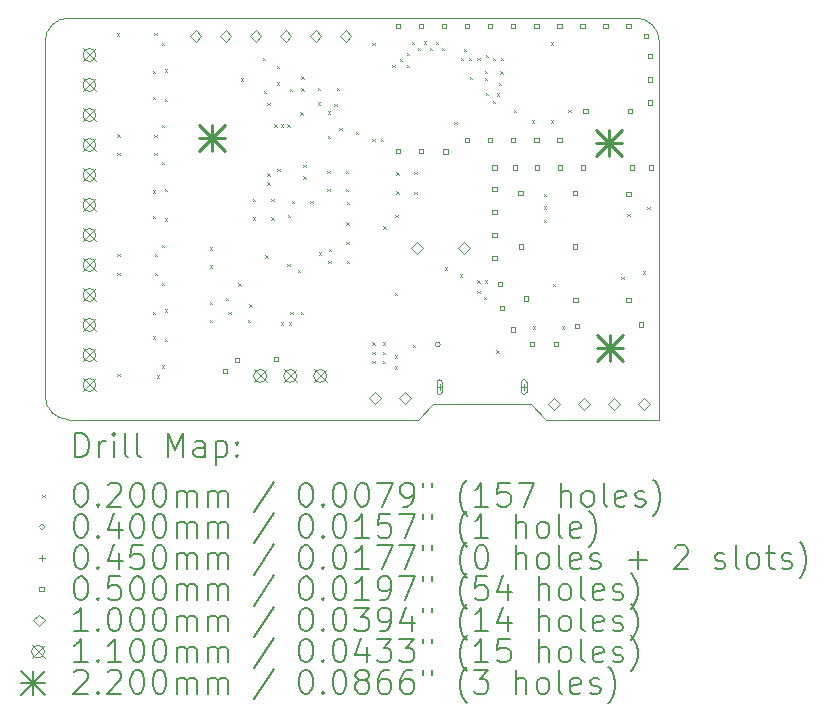
<source format=gbr>
%TF.GenerationSoftware,KiCad,Pcbnew,8.0.1*%
%TF.CreationDate,2024-06-08T15:54:59-04:00*%
%TF.ProjectId,SAP Mk3.2,53415020-4d6b-4332-9e32-2e6b69636164,rev?*%
%TF.SameCoordinates,Original*%
%TF.FileFunction,Drillmap*%
%TF.FilePolarity,Positive*%
%FSLAX45Y45*%
G04 Gerber Fmt 4.5, Leading zero omitted, Abs format (unit mm)*
G04 Created by KiCad (PCBNEW 8.0.1) date 2024-06-08 15:54:59*
%MOMM*%
%LPD*%
G01*
G04 APERTURE LIST*
%ADD10C,0.100000*%
%ADD11C,0.200000*%
%ADD12C,0.110000*%
%ADD13C,0.220000*%
G04 APERTURE END LIST*
D10*
X11940000Y-7915000D02*
X12070000Y-8045000D01*
X12825000Y-4645000D02*
G75*
G02*
X13025000Y-4845000I0J-200000D01*
G01*
X7825000Y-7845000D02*
X7825000Y-4845000D01*
X13025000Y-4845000D02*
X13025000Y-8045000D01*
X7825000Y-4845000D02*
G75*
G02*
X8025000Y-4645000I200000J0D01*
G01*
X11105000Y-7915000D02*
X11940000Y-7915000D01*
X8025000Y-8045000D02*
X10985000Y-8045000D01*
X8025000Y-8045000D02*
G75*
G02*
X7825000Y-7845000I0J200000D01*
G01*
X8025000Y-4645000D02*
X12825000Y-4645000D01*
X13025000Y-8045000D02*
X12070000Y-8045000D01*
X10985000Y-8045000D02*
X11105000Y-7915000D01*
D11*
D10*
X8430000Y-4775000D02*
X8450000Y-4795000D01*
X8450000Y-4775000D02*
X8430000Y-4795000D01*
X8435000Y-5630000D02*
X8455000Y-5650000D01*
X8455000Y-5630000D02*
X8435000Y-5650000D01*
X8435000Y-5785000D02*
X8455000Y-5805000D01*
X8455000Y-5785000D02*
X8435000Y-5805000D01*
X8435000Y-6640000D02*
X8455000Y-6660000D01*
X8455000Y-6640000D02*
X8435000Y-6660000D01*
X8435000Y-6805000D02*
X8455000Y-6825000D01*
X8455000Y-6805000D02*
X8435000Y-6825000D01*
X8435000Y-7660000D02*
X8455000Y-7680000D01*
X8455000Y-7660000D02*
X8435000Y-7680000D01*
X8735000Y-5090000D02*
X8755000Y-5110000D01*
X8755000Y-5090000D02*
X8735000Y-5110000D01*
X8735000Y-5310000D02*
X8755000Y-5330000D01*
X8755000Y-5310000D02*
X8735000Y-5330000D01*
X8735000Y-6105000D02*
X8755000Y-6125000D01*
X8755000Y-6105000D02*
X8735000Y-6125000D01*
X8735000Y-6320000D02*
X8755000Y-6340000D01*
X8755000Y-6320000D02*
X8735000Y-6340000D01*
X8735000Y-7130000D02*
X8755000Y-7150000D01*
X8755000Y-7130000D02*
X8735000Y-7150000D01*
X8735000Y-7340000D02*
X8755000Y-7360000D01*
X8755000Y-7340000D02*
X8735000Y-7360000D01*
X8750000Y-4770000D02*
X8770000Y-4790000D01*
X8770000Y-4770000D02*
X8750000Y-4790000D01*
X8750000Y-5635000D02*
X8770000Y-5655000D01*
X8770000Y-5635000D02*
X8750000Y-5655000D01*
X8750000Y-5785000D02*
X8770000Y-5805000D01*
X8770000Y-5785000D02*
X8750000Y-5805000D01*
X8755000Y-6640000D02*
X8775000Y-6660000D01*
X8775000Y-6640000D02*
X8755000Y-6660000D01*
X8755000Y-6800000D02*
X8775000Y-6820000D01*
X8775000Y-6800000D02*
X8755000Y-6820000D01*
X8770000Y-7670000D02*
X8790000Y-7690000D01*
X8790000Y-7670000D02*
X8770000Y-7690000D01*
X8815000Y-4855000D02*
X8835000Y-4875000D01*
X8835000Y-4855000D02*
X8815000Y-4875000D01*
X8815000Y-5550000D02*
X8835000Y-5570000D01*
X8835000Y-5550000D02*
X8815000Y-5570000D01*
X8815000Y-5860000D02*
X8835000Y-5880000D01*
X8835000Y-5860000D02*
X8815000Y-5880000D01*
X8815000Y-6565000D02*
X8835000Y-6585000D01*
X8835000Y-6565000D02*
X8815000Y-6585000D01*
X8815000Y-6885000D02*
X8835000Y-6905000D01*
X8835000Y-6885000D02*
X8815000Y-6905000D01*
X8815000Y-7585000D02*
X8835000Y-7605000D01*
X8835000Y-7585000D02*
X8815000Y-7605000D01*
X8840000Y-5080000D02*
X8860000Y-5100000D01*
X8860000Y-5080000D02*
X8840000Y-5100000D01*
X8840000Y-5330000D02*
X8860000Y-5350000D01*
X8860000Y-5330000D02*
X8840000Y-5350000D01*
X8840000Y-6090000D02*
X8860000Y-6110000D01*
X8860000Y-6090000D02*
X8840000Y-6110000D01*
X8840000Y-6340000D02*
X8860000Y-6360000D01*
X8860000Y-6340000D02*
X8840000Y-6360000D01*
X8840000Y-7110000D02*
X8860000Y-7130000D01*
X8860000Y-7110000D02*
X8840000Y-7130000D01*
X8840000Y-7360000D02*
X8860000Y-7380000D01*
X8860000Y-7360000D02*
X8840000Y-7380000D01*
X9220000Y-6585000D02*
X9240000Y-6605000D01*
X9240000Y-6585000D02*
X9220000Y-6605000D01*
X9220000Y-6740000D02*
X9240000Y-6760000D01*
X9240000Y-6740000D02*
X9220000Y-6760000D01*
X9220000Y-7050000D02*
X9240000Y-7070000D01*
X9240000Y-7050000D02*
X9220000Y-7070000D01*
X9220000Y-7200000D02*
X9240000Y-7220000D01*
X9240000Y-7200000D02*
X9220000Y-7220000D01*
X9355000Y-7015000D02*
X9375000Y-7035000D01*
X9375000Y-7015000D02*
X9355000Y-7035000D01*
X9375000Y-7135000D02*
X9395000Y-7155000D01*
X9395000Y-7135000D02*
X9375000Y-7155000D01*
X9460000Y-6890000D02*
X9480000Y-6910000D01*
X9480000Y-6890000D02*
X9460000Y-6910000D01*
X9480000Y-5155000D02*
X9500000Y-5175000D01*
X9500000Y-5155000D02*
X9480000Y-5175000D01*
X9540000Y-7200000D02*
X9560000Y-7220000D01*
X9560000Y-7200000D02*
X9540000Y-7220000D01*
X9555000Y-7070000D02*
X9575000Y-7090000D01*
X9575000Y-7070000D02*
X9555000Y-7090000D01*
X9585000Y-6177500D02*
X9605000Y-6197500D01*
X9605000Y-6177500D02*
X9585000Y-6197500D01*
X9585000Y-6332500D02*
X9605000Y-6352500D01*
X9605000Y-6332500D02*
X9585000Y-6352500D01*
X9670000Y-4980000D02*
X9690000Y-5000000D01*
X9690000Y-4980000D02*
X9670000Y-5000000D01*
X9675000Y-5260000D02*
X9695000Y-5280000D01*
X9695000Y-5260000D02*
X9675000Y-5280000D01*
X9690000Y-6655000D02*
X9710000Y-6675000D01*
X9710000Y-6655000D02*
X9690000Y-6675000D01*
X9705000Y-5365000D02*
X9725000Y-5385000D01*
X9725000Y-5365000D02*
X9705000Y-5385000D01*
X9705000Y-5960000D02*
X9725000Y-5980000D01*
X9725000Y-5960000D02*
X9705000Y-5980000D01*
X9705000Y-6035000D02*
X9725000Y-6055000D01*
X9725000Y-6035000D02*
X9705000Y-6055000D01*
X9740000Y-6177500D02*
X9760000Y-6197500D01*
X9760000Y-6177500D02*
X9740000Y-6197500D01*
X9740000Y-6332500D02*
X9760000Y-6352500D01*
X9760000Y-6332500D02*
X9740000Y-6352500D01*
X9765000Y-5545000D02*
X9785000Y-5565000D01*
X9785000Y-5545000D02*
X9765000Y-5565000D01*
X9785000Y-5050000D02*
X9805000Y-5070000D01*
X9805000Y-5050000D02*
X9785000Y-5070000D01*
X9785000Y-5190000D02*
X9805000Y-5210000D01*
X9805000Y-5190000D02*
X9785000Y-5210000D01*
X9790000Y-5920000D02*
X9810000Y-5940000D01*
X9810000Y-5920000D02*
X9790000Y-5940000D01*
X9820000Y-5545000D02*
X9840000Y-5565000D01*
X9840000Y-5545000D02*
X9820000Y-5565000D01*
X9820000Y-7220000D02*
X9840000Y-7240000D01*
X9840000Y-7220000D02*
X9820000Y-7240000D01*
X9875000Y-5545000D02*
X9895000Y-5565000D01*
X9895000Y-5545000D02*
X9875000Y-5565000D01*
X9875000Y-6725000D02*
X9895000Y-6745000D01*
X9895000Y-6725000D02*
X9875000Y-6745000D01*
X9880000Y-6310000D02*
X9900000Y-6330000D01*
X9900000Y-6310000D02*
X9880000Y-6330000D01*
X9890000Y-7220000D02*
X9910000Y-7240000D01*
X9910000Y-7220000D02*
X9890000Y-7240000D01*
X9895000Y-5245000D02*
X9915000Y-5265000D01*
X9915000Y-5245000D02*
X9895000Y-5265000D01*
X9900000Y-7135000D02*
X9920000Y-7155000D01*
X9920000Y-7135000D02*
X9900000Y-7155000D01*
X9915000Y-6195000D02*
X9935000Y-6215000D01*
X9935000Y-6195000D02*
X9915000Y-6215000D01*
X9965000Y-6775000D02*
X9985000Y-6795000D01*
X9985000Y-6775000D02*
X9965000Y-6795000D01*
X9985000Y-5445000D02*
X10005000Y-5465000D01*
X10005000Y-5445000D02*
X9985000Y-5465000D01*
X9990000Y-7135000D02*
X10010000Y-7155000D01*
X10010000Y-7135000D02*
X9990000Y-7155000D01*
X9995000Y-5140000D02*
X10015000Y-5160000D01*
X10015000Y-5140000D02*
X9995000Y-5160000D01*
X9995000Y-5240000D02*
X10015000Y-5260000D01*
X10015000Y-5240000D02*
X9995000Y-5260000D01*
X10010000Y-5890000D02*
X10030000Y-5910000D01*
X10030000Y-5890000D02*
X10010000Y-5910000D01*
X10010000Y-5985000D02*
X10030000Y-6005000D01*
X10030000Y-5985000D02*
X10010000Y-6005000D01*
X10070000Y-6195000D02*
X10090000Y-6215000D01*
X10090000Y-6195000D02*
X10070000Y-6215000D01*
X10135000Y-5235000D02*
X10155000Y-5255000D01*
X10155000Y-5235000D02*
X10135000Y-5255000D01*
X10135000Y-5360000D02*
X10155000Y-5380000D01*
X10155000Y-5360000D02*
X10135000Y-5380000D01*
X10145000Y-6630000D02*
X10165000Y-6650000D01*
X10165000Y-6630000D02*
X10145000Y-6650000D01*
X10215000Y-5937500D02*
X10235000Y-5957500D01*
X10235000Y-5937500D02*
X10215000Y-5957500D01*
X10215000Y-6092500D02*
X10235000Y-6112500D01*
X10235000Y-6092500D02*
X10215000Y-6112500D01*
X10220000Y-5435000D02*
X10240000Y-5455000D01*
X10240000Y-5435000D02*
X10220000Y-5455000D01*
X10220000Y-5640000D02*
X10240000Y-5660000D01*
X10240000Y-5640000D02*
X10220000Y-5660000D01*
X10222500Y-6700000D02*
X10242500Y-6720000D01*
X10242500Y-6700000D02*
X10222500Y-6720000D01*
X10225000Y-6600000D02*
X10245000Y-6620000D01*
X10245000Y-6600000D02*
X10225000Y-6620000D01*
X10275000Y-5370000D02*
X10295000Y-5390000D01*
X10295000Y-5370000D02*
X10275000Y-5390000D01*
X10295000Y-5235000D02*
X10315000Y-5255000D01*
X10315000Y-5235000D02*
X10295000Y-5255000D01*
X10315000Y-5575000D02*
X10335000Y-5595000D01*
X10335000Y-5575000D02*
X10315000Y-5595000D01*
X10370000Y-5937500D02*
X10390000Y-5957500D01*
X10390000Y-5937500D02*
X10370000Y-5957500D01*
X10370000Y-6092500D02*
X10390000Y-6112500D01*
X10390000Y-6092500D02*
X10370000Y-6112500D01*
X10375000Y-6375000D02*
X10395000Y-6395000D01*
X10395000Y-6375000D02*
X10375000Y-6395000D01*
X10375000Y-6540000D02*
X10395000Y-6560000D01*
X10395000Y-6540000D02*
X10375000Y-6560000D01*
X10377500Y-6700000D02*
X10397500Y-6720000D01*
X10397500Y-6700000D02*
X10377500Y-6720000D01*
X10380000Y-6200000D02*
X10400000Y-6220000D01*
X10400000Y-6200000D02*
X10380000Y-6220000D01*
X10455000Y-5610000D02*
X10475000Y-5630000D01*
X10475000Y-5610000D02*
X10455000Y-5630000D01*
X10595000Y-4855000D02*
X10615000Y-4875000D01*
X10615000Y-4855000D02*
X10595000Y-4875000D01*
X10595000Y-5670000D02*
X10615000Y-5690000D01*
X10615000Y-5670000D02*
X10595000Y-5690000D01*
X10595000Y-7390000D02*
X10615000Y-7410000D01*
X10615000Y-7390000D02*
X10595000Y-7410000D01*
X10595000Y-7470000D02*
X10615000Y-7490000D01*
X10615000Y-7470000D02*
X10595000Y-7490000D01*
X10595000Y-7550000D02*
X10615000Y-7570000D01*
X10615000Y-7550000D02*
X10595000Y-7570000D01*
X10665000Y-5670000D02*
X10685000Y-5690000D01*
X10685000Y-5670000D02*
X10665000Y-5690000D01*
X10685000Y-7390000D02*
X10705000Y-7410000D01*
X10705000Y-7390000D02*
X10685000Y-7410000D01*
X10685000Y-7470000D02*
X10705000Y-7490000D01*
X10705000Y-7470000D02*
X10685000Y-7490000D01*
X10685000Y-7550000D02*
X10705000Y-7570000D01*
X10705000Y-7550000D02*
X10685000Y-7570000D01*
X10690000Y-6410000D02*
X10710000Y-6430000D01*
X10710000Y-6410000D02*
X10690000Y-6430000D01*
X10765000Y-5040000D02*
X10785000Y-5060000D01*
X10785000Y-5040000D02*
X10765000Y-5060000D01*
X10785000Y-6970000D02*
X10805000Y-6990000D01*
X10805000Y-6970000D02*
X10785000Y-6990000D01*
X10785000Y-7500000D02*
X10805000Y-7520000D01*
X10805000Y-7500000D02*
X10785000Y-7520000D01*
X10785000Y-7595000D02*
X10805000Y-7615000D01*
X10805000Y-7595000D02*
X10785000Y-7615000D01*
X10790000Y-6310000D02*
X10810000Y-6330000D01*
X10810000Y-6310000D02*
X10790000Y-6330000D01*
X10800000Y-5950000D02*
X10820000Y-5970000D01*
X10820000Y-5950000D02*
X10800000Y-5970000D01*
X10800000Y-6112500D02*
X10820000Y-6132500D01*
X10820000Y-6112500D02*
X10800000Y-6132500D01*
X10830000Y-4990000D02*
X10850000Y-5010000D01*
X10850000Y-4990000D02*
X10830000Y-5010000D01*
X10885000Y-4940000D02*
X10905000Y-4960000D01*
X10905000Y-4940000D02*
X10885000Y-4960000D01*
X10885000Y-5040000D02*
X10905000Y-5060000D01*
X10905000Y-5040000D02*
X10885000Y-5060000D01*
X10930000Y-4845000D02*
X10950000Y-4865000D01*
X10950000Y-4845000D02*
X10930000Y-4865000D01*
X10940000Y-7410000D02*
X10960000Y-7430000D01*
X10960000Y-7410000D02*
X10940000Y-7430000D01*
X10950000Y-5945000D02*
X10970000Y-5965000D01*
X10970000Y-5945000D02*
X10950000Y-5965000D01*
X10950000Y-6115000D02*
X10970000Y-6135000D01*
X10970000Y-6115000D02*
X10950000Y-6135000D01*
X10982402Y-4895201D02*
X11002402Y-4915201D01*
X11002402Y-4895201D02*
X10982402Y-4915201D01*
X11032807Y-4843596D02*
X11052807Y-4863596D01*
X11052807Y-4843596D02*
X11032807Y-4863596D01*
X11082912Y-4897901D02*
X11102912Y-4917901D01*
X11102912Y-4897901D02*
X11082912Y-4917901D01*
X11132718Y-4844496D02*
X11152718Y-4864496D01*
X11152718Y-4844496D02*
X11132718Y-4864496D01*
X11184323Y-4899402D02*
X11204323Y-4919402D01*
X11204323Y-4899402D02*
X11184323Y-4919402D01*
X11210000Y-6755000D02*
X11230000Y-6775000D01*
X11230000Y-6755000D02*
X11210000Y-6775000D01*
X11290000Y-5525000D02*
X11310000Y-5545000D01*
X11310000Y-5525000D02*
X11290000Y-5545000D01*
X11335000Y-6815000D02*
X11355000Y-6835000D01*
X11355000Y-6815000D02*
X11335000Y-6835000D01*
X11343722Y-4981250D02*
X11363722Y-5001250D01*
X11363722Y-4981250D02*
X11343722Y-5001250D01*
X11370000Y-4905000D02*
X11390000Y-4925000D01*
X11390000Y-4905000D02*
X11370000Y-4925000D01*
X11413722Y-4981250D02*
X11433722Y-5001250D01*
X11433722Y-4981250D02*
X11413722Y-5001250D01*
X11422965Y-5141250D02*
X11442965Y-5161250D01*
X11442965Y-5141250D02*
X11422965Y-5161250D01*
X11483722Y-4981250D02*
X11503722Y-5001250D01*
X11503722Y-4981250D02*
X11483722Y-5001250D01*
X11485000Y-6865000D02*
X11505000Y-6885000D01*
X11505000Y-6865000D02*
X11485000Y-6885000D01*
X11485000Y-6955000D02*
X11505000Y-6975000D01*
X11505000Y-6955000D02*
X11485000Y-6975000D01*
X11540000Y-7005000D02*
X11560000Y-7025000D01*
X11560000Y-7005000D02*
X11540000Y-7025000D01*
X11548722Y-5091250D02*
X11568722Y-5111250D01*
X11568722Y-5091250D02*
X11548722Y-5111250D01*
X11548722Y-5151250D02*
X11568722Y-5171250D01*
X11568722Y-5151250D02*
X11548722Y-5171250D01*
X11550000Y-6865000D02*
X11570000Y-6885000D01*
X11570000Y-6865000D02*
X11550000Y-6885000D01*
X11553722Y-4956250D02*
X11573722Y-4976250D01*
X11573722Y-4956250D02*
X11553722Y-4976250D01*
X11557965Y-5276250D02*
X11577965Y-5296250D01*
X11577965Y-5276250D02*
X11557965Y-5296250D01*
X11613722Y-4981250D02*
X11633722Y-5001250D01*
X11633722Y-4981250D02*
X11613722Y-5001250D01*
X11617965Y-5346250D02*
X11637965Y-5366250D01*
X11637965Y-5346250D02*
X11617965Y-5366250D01*
X11645000Y-7460000D02*
X11665000Y-7480000D01*
X11665000Y-7460000D02*
X11645000Y-7480000D01*
X11647965Y-5281250D02*
X11667965Y-5301250D01*
X11667965Y-5281250D02*
X11647965Y-5301250D01*
X11665000Y-5191250D02*
X11685000Y-5211250D01*
X11685000Y-5191250D02*
X11665000Y-5211250D01*
X11678722Y-5096250D02*
X11698722Y-5116250D01*
X11698722Y-5096250D02*
X11678722Y-5116250D01*
X11683722Y-4981250D02*
X11703722Y-5001250D01*
X11703722Y-4981250D02*
X11683722Y-5001250D01*
X11795000Y-5420000D02*
X11815000Y-5440000D01*
X11815000Y-5420000D02*
X11795000Y-5440000D01*
X11945000Y-5510000D02*
X11965000Y-5530000D01*
X11965000Y-5510000D02*
X11945000Y-5530000D01*
X11952500Y-7255000D02*
X11972500Y-7275000D01*
X11972500Y-7255000D02*
X11952500Y-7275000D01*
X12045000Y-6240000D02*
X12065000Y-6260000D01*
X12065000Y-6240000D02*
X12045000Y-6260000D01*
X12045000Y-6355000D02*
X12065000Y-6375000D01*
X12065000Y-6355000D02*
X12045000Y-6375000D01*
X12050000Y-6135000D02*
X12070000Y-6155000D01*
X12070000Y-6135000D02*
X12050000Y-6155000D01*
X12105000Y-4850000D02*
X12125000Y-4870000D01*
X12125000Y-4850000D02*
X12105000Y-4870000D01*
X12105000Y-5510000D02*
X12125000Y-5530000D01*
X12125000Y-5510000D02*
X12105000Y-5530000D01*
X12125000Y-6895000D02*
X12145000Y-6915000D01*
X12145000Y-6895000D02*
X12125000Y-6915000D01*
X12202500Y-7255000D02*
X12222500Y-7275000D01*
X12222500Y-7255000D02*
X12202500Y-7275000D01*
X12255000Y-5420000D02*
X12275000Y-5440000D01*
X12275000Y-5420000D02*
X12255000Y-5440000D01*
X12705000Y-6835000D02*
X12725000Y-6855000D01*
X12725000Y-6835000D02*
X12705000Y-6855000D01*
X12755000Y-6305000D02*
X12775000Y-6325000D01*
X12775000Y-6305000D02*
X12755000Y-6325000D01*
X12885690Y-6790000D02*
X12905690Y-6810000D01*
X12905690Y-6790000D02*
X12885690Y-6810000D01*
X12925000Y-6243287D02*
X12945000Y-6263287D01*
X12945000Y-6243287D02*
X12925000Y-6263287D01*
X11170000Y-7410000D02*
G75*
G02*
X11130000Y-7410000I-20000J0D01*
G01*
X11130000Y-7410000D02*
G75*
G02*
X11170000Y-7410000I20000J0D01*
G01*
X11165000Y-7747500D02*
X11165000Y-7792500D01*
X11142500Y-7770000D02*
X11187500Y-7770000D01*
X11187500Y-7810000D02*
X11187500Y-7730000D01*
X11142500Y-7730000D02*
G75*
G02*
X11187500Y-7730000I22500J0D01*
G01*
X11142500Y-7730000D02*
X11142500Y-7810000D01*
X11142500Y-7810000D02*
G75*
G03*
X11187500Y-7810000I22500J0D01*
G01*
X11880000Y-7747500D02*
X11880000Y-7792500D01*
X11857500Y-7770000D02*
X11902500Y-7770000D01*
X11857500Y-7730000D02*
X11857500Y-7810000D01*
X11902500Y-7810000D02*
G75*
G02*
X11857500Y-7810000I-22500J0D01*
G01*
X11902500Y-7810000D02*
X11902500Y-7730000D01*
X11902500Y-7730000D02*
G75*
G03*
X11857500Y-7730000I-22500J0D01*
G01*
X9362678Y-7652678D02*
X9362678Y-7617322D01*
X9327322Y-7617322D01*
X9327322Y-7652678D01*
X9362678Y-7652678D01*
X9467678Y-7557678D02*
X9467678Y-7522322D01*
X9432322Y-7522322D01*
X9432322Y-7557678D01*
X9467678Y-7557678D01*
X9797678Y-7552678D02*
X9797678Y-7517322D01*
X9762322Y-7517322D01*
X9762322Y-7552678D01*
X9797678Y-7552678D01*
X10832678Y-4732678D02*
X10832678Y-4697322D01*
X10797322Y-4697322D01*
X10797322Y-4732678D01*
X10832678Y-4732678D01*
X10832678Y-5787678D02*
X10832678Y-5752322D01*
X10797322Y-5752322D01*
X10797322Y-5787678D01*
X10832678Y-5787678D01*
X11027678Y-4732678D02*
X11027678Y-4697322D01*
X10992322Y-4697322D01*
X10992322Y-4732678D01*
X11027678Y-4732678D01*
X11027678Y-5787678D02*
X11027678Y-5752322D01*
X10992322Y-5752322D01*
X10992322Y-5787678D01*
X11027678Y-5787678D01*
X11222678Y-4732678D02*
X11222678Y-4697322D01*
X11187322Y-4697322D01*
X11187322Y-4732678D01*
X11222678Y-4732678D01*
X11232678Y-5792678D02*
X11232678Y-5757322D01*
X11197322Y-5757322D01*
X11197322Y-5792678D01*
X11232678Y-5792678D01*
X11417678Y-4732678D02*
X11417678Y-4697322D01*
X11382322Y-4697322D01*
X11382322Y-4732678D01*
X11417678Y-4732678D01*
X11417678Y-5697678D02*
X11417678Y-5662322D01*
X11382322Y-5662322D01*
X11382322Y-5697678D01*
X11417678Y-5697678D01*
X11612678Y-4732678D02*
X11612678Y-4697322D01*
X11577322Y-4697322D01*
X11577322Y-4732678D01*
X11612678Y-4732678D01*
X11612678Y-5697678D02*
X11612678Y-5662322D01*
X11577322Y-5662322D01*
X11577322Y-5697678D01*
X11612678Y-5697678D01*
X11647678Y-5927678D02*
X11647678Y-5892322D01*
X11612322Y-5892322D01*
X11612322Y-5927678D01*
X11647678Y-5927678D01*
X11647678Y-6107678D02*
X11647678Y-6072322D01*
X11612322Y-6072322D01*
X11612322Y-6107678D01*
X11647678Y-6107678D01*
X11647678Y-6302678D02*
X11647678Y-6267322D01*
X11612322Y-6267322D01*
X11612322Y-6302678D01*
X11647678Y-6302678D01*
X11647678Y-6497678D02*
X11647678Y-6462322D01*
X11612322Y-6462322D01*
X11612322Y-6497678D01*
X11647678Y-6497678D01*
X11647678Y-6692678D02*
X11647678Y-6657322D01*
X11612322Y-6657322D01*
X11612322Y-6692678D01*
X11647678Y-6692678D01*
X11692678Y-6917678D02*
X11692678Y-6882322D01*
X11657322Y-6882322D01*
X11657322Y-6917678D01*
X11692678Y-6917678D01*
X11712479Y-7116960D02*
X11712479Y-7081604D01*
X11677123Y-7081604D01*
X11677123Y-7116960D01*
X11712479Y-7116960D01*
X11806890Y-7300707D02*
X11806890Y-7265351D01*
X11771535Y-7265351D01*
X11771535Y-7300707D01*
X11806890Y-7300707D01*
X11807678Y-4732678D02*
X11807678Y-4697322D01*
X11772322Y-4697322D01*
X11772322Y-4732678D01*
X11807678Y-4732678D01*
X11807678Y-5697678D02*
X11807678Y-5662322D01*
X11772322Y-5662322D01*
X11772322Y-5697678D01*
X11807678Y-5697678D01*
X11822678Y-5927678D02*
X11822678Y-5892322D01*
X11787322Y-5892322D01*
X11787322Y-5927678D01*
X11822678Y-5927678D01*
X11867678Y-6147678D02*
X11867678Y-6112322D01*
X11832322Y-6112322D01*
X11832322Y-6147678D01*
X11867678Y-6147678D01*
X11872678Y-6597678D02*
X11872678Y-6562322D01*
X11837322Y-6562322D01*
X11837322Y-6597678D01*
X11872678Y-6597678D01*
X11917678Y-7037678D02*
X11917678Y-7002322D01*
X11882322Y-7002322D01*
X11882322Y-7037678D01*
X11917678Y-7037678D01*
X11967678Y-7422678D02*
X11967678Y-7387322D01*
X11932322Y-7387322D01*
X11932322Y-7422678D01*
X11967678Y-7422678D01*
X12002678Y-4732678D02*
X12002678Y-4697322D01*
X11967322Y-4697322D01*
X11967322Y-4732678D01*
X12002678Y-4732678D01*
X12002678Y-5697678D02*
X12002678Y-5662322D01*
X11967322Y-5662322D01*
X11967322Y-5697678D01*
X12002678Y-5697678D01*
X12007678Y-5927678D02*
X12007678Y-5892322D01*
X11972322Y-5892322D01*
X11972322Y-5927678D01*
X12007678Y-5927678D01*
X12167678Y-7422678D02*
X12167678Y-7387322D01*
X12132322Y-7387322D01*
X12132322Y-7422678D01*
X12167678Y-7422678D01*
X12197678Y-4732678D02*
X12197678Y-4697322D01*
X12162322Y-4697322D01*
X12162322Y-4732678D01*
X12197678Y-4732678D01*
X12197678Y-5697678D02*
X12197678Y-5662322D01*
X12162322Y-5662322D01*
X12162322Y-5697678D01*
X12197678Y-5697678D01*
X12202678Y-5927678D02*
X12202678Y-5892322D01*
X12167322Y-5892322D01*
X12167322Y-5927678D01*
X12202678Y-5927678D01*
X12327678Y-6147678D02*
X12327678Y-6112322D01*
X12292322Y-6112322D01*
X12292322Y-6147678D01*
X12327678Y-6147678D01*
X12327678Y-6597678D02*
X12327678Y-6562322D01*
X12292322Y-6562322D01*
X12292322Y-6597678D01*
X12327678Y-6597678D01*
X12332678Y-7047678D02*
X12332678Y-7012322D01*
X12297322Y-7012322D01*
X12297322Y-7047678D01*
X12332678Y-7047678D01*
X12342678Y-7267678D02*
X12342678Y-7232322D01*
X12307322Y-7232322D01*
X12307322Y-7267678D01*
X12342678Y-7267678D01*
X12392678Y-4732678D02*
X12392678Y-4697322D01*
X12357322Y-4697322D01*
X12357322Y-4732678D01*
X12392678Y-4732678D01*
X12397678Y-5927678D02*
X12397678Y-5892322D01*
X12362322Y-5892322D01*
X12362322Y-5927678D01*
X12397678Y-5927678D01*
X12417678Y-5452678D02*
X12417678Y-5417322D01*
X12382322Y-5417322D01*
X12382322Y-5452678D01*
X12417678Y-5452678D01*
X12587678Y-4732678D02*
X12587678Y-4697322D01*
X12552322Y-4697322D01*
X12552322Y-4732678D01*
X12587678Y-4732678D01*
X12782678Y-4732678D02*
X12782678Y-4697322D01*
X12747322Y-4697322D01*
X12747322Y-4732678D01*
X12782678Y-4732678D01*
X12782678Y-6152678D02*
X12782678Y-6117322D01*
X12747322Y-6117322D01*
X12747322Y-6152678D01*
X12782678Y-6152678D01*
X12782678Y-7052678D02*
X12782678Y-7017322D01*
X12747322Y-7017322D01*
X12747322Y-7052678D01*
X12782678Y-7052678D01*
X12792678Y-5452678D02*
X12792678Y-5417322D01*
X12757322Y-5417322D01*
X12757322Y-5452678D01*
X12792678Y-5452678D01*
X12812678Y-5927678D02*
X12812678Y-5892322D01*
X12777322Y-5892322D01*
X12777322Y-5927678D01*
X12812678Y-5927678D01*
X12887678Y-7257678D02*
X12887678Y-7222322D01*
X12852322Y-7222322D01*
X12852322Y-7257678D01*
X12887678Y-7257678D01*
X12932678Y-4812678D02*
X12932678Y-4777322D01*
X12897322Y-4777322D01*
X12897322Y-4812678D01*
X12932678Y-4812678D01*
X12962678Y-4987678D02*
X12962678Y-4952322D01*
X12927322Y-4952322D01*
X12927322Y-4987678D01*
X12962678Y-4987678D01*
X12962678Y-5182678D02*
X12962678Y-5147322D01*
X12927322Y-5147322D01*
X12927322Y-5182678D01*
X12962678Y-5182678D01*
X12962678Y-5377678D02*
X12962678Y-5342322D01*
X12927322Y-5342322D01*
X12927322Y-5377678D01*
X12962678Y-5377678D01*
X12972678Y-5927678D02*
X12972678Y-5892322D01*
X12937322Y-5892322D01*
X12937322Y-5927678D01*
X12972678Y-5927678D01*
X9099000Y-4845000D02*
X9149000Y-4795000D01*
X9099000Y-4745000D01*
X9049000Y-4795000D01*
X9099000Y-4845000D01*
X9353000Y-4845000D02*
X9403000Y-4795000D01*
X9353000Y-4745000D01*
X9303000Y-4795000D01*
X9353000Y-4845000D01*
X9607000Y-4845000D02*
X9657000Y-4795000D01*
X9607000Y-4745000D01*
X9557000Y-4795000D01*
X9607000Y-4845000D01*
X9861000Y-4845000D02*
X9911000Y-4795000D01*
X9861000Y-4745000D01*
X9811000Y-4795000D01*
X9861000Y-4845000D01*
X10115000Y-4845000D02*
X10165000Y-4795000D01*
X10115000Y-4745000D01*
X10065000Y-4795000D01*
X10115000Y-4845000D01*
X10369000Y-4845000D02*
X10419000Y-4795000D01*
X10369000Y-4745000D01*
X10319000Y-4795000D01*
X10369000Y-4845000D01*
X10618500Y-7915000D02*
X10668500Y-7865000D01*
X10618500Y-7815000D01*
X10568500Y-7865000D01*
X10618500Y-7915000D01*
X10872500Y-7915000D02*
X10922500Y-7865000D01*
X10872500Y-7815000D01*
X10822500Y-7865000D01*
X10872500Y-7915000D01*
X10975000Y-6640000D02*
X11025000Y-6590000D01*
X10975000Y-6540000D01*
X10925000Y-6590000D01*
X10975000Y-6640000D01*
X11375000Y-6640000D02*
X11425000Y-6590000D01*
X11375000Y-6540000D01*
X11325000Y-6590000D01*
X11375000Y-6640000D01*
X12133000Y-7965000D02*
X12183000Y-7915000D01*
X12133000Y-7865000D01*
X12083000Y-7915000D01*
X12133000Y-7965000D01*
X12387000Y-7965000D02*
X12437000Y-7915000D01*
X12387000Y-7865000D01*
X12337000Y-7915000D01*
X12387000Y-7965000D01*
X12641000Y-7965000D02*
X12691000Y-7915000D01*
X12641000Y-7865000D01*
X12591000Y-7915000D01*
X12641000Y-7965000D01*
X12895000Y-7965000D02*
X12945000Y-7915000D01*
X12895000Y-7865000D01*
X12845000Y-7915000D01*
X12895000Y-7965000D01*
D12*
X8145000Y-4903000D02*
X8255000Y-5013000D01*
X8255000Y-4903000D02*
X8145000Y-5013000D01*
X8255000Y-4958000D02*
G75*
G02*
X8145000Y-4958000I-55000J0D01*
G01*
X8145000Y-4958000D02*
G75*
G02*
X8255000Y-4958000I55000J0D01*
G01*
X8145000Y-5157000D02*
X8255000Y-5267000D01*
X8255000Y-5157000D02*
X8145000Y-5267000D01*
X8255000Y-5212000D02*
G75*
G02*
X8145000Y-5212000I-55000J0D01*
G01*
X8145000Y-5212000D02*
G75*
G02*
X8255000Y-5212000I55000J0D01*
G01*
X8145000Y-5411000D02*
X8255000Y-5521000D01*
X8255000Y-5411000D02*
X8145000Y-5521000D01*
X8255000Y-5466000D02*
G75*
G02*
X8145000Y-5466000I-55000J0D01*
G01*
X8145000Y-5466000D02*
G75*
G02*
X8255000Y-5466000I55000J0D01*
G01*
X8145000Y-5665000D02*
X8255000Y-5775000D01*
X8255000Y-5665000D02*
X8145000Y-5775000D01*
X8255000Y-5720000D02*
G75*
G02*
X8145000Y-5720000I-55000J0D01*
G01*
X8145000Y-5720000D02*
G75*
G02*
X8255000Y-5720000I55000J0D01*
G01*
X8145000Y-5919000D02*
X8255000Y-6029000D01*
X8255000Y-5919000D02*
X8145000Y-6029000D01*
X8255000Y-5974000D02*
G75*
G02*
X8145000Y-5974000I-55000J0D01*
G01*
X8145000Y-5974000D02*
G75*
G02*
X8255000Y-5974000I55000J0D01*
G01*
X8145000Y-6173000D02*
X8255000Y-6283000D01*
X8255000Y-6173000D02*
X8145000Y-6283000D01*
X8255000Y-6228000D02*
G75*
G02*
X8145000Y-6228000I-55000J0D01*
G01*
X8145000Y-6228000D02*
G75*
G02*
X8255000Y-6228000I55000J0D01*
G01*
X8145000Y-6427000D02*
X8255000Y-6537000D01*
X8255000Y-6427000D02*
X8145000Y-6537000D01*
X8255000Y-6482000D02*
G75*
G02*
X8145000Y-6482000I-55000J0D01*
G01*
X8145000Y-6482000D02*
G75*
G02*
X8255000Y-6482000I55000J0D01*
G01*
X8145000Y-6681000D02*
X8255000Y-6791000D01*
X8255000Y-6681000D02*
X8145000Y-6791000D01*
X8255000Y-6736000D02*
G75*
G02*
X8145000Y-6736000I-55000J0D01*
G01*
X8145000Y-6736000D02*
G75*
G02*
X8255000Y-6736000I55000J0D01*
G01*
X8145000Y-6935000D02*
X8255000Y-7045000D01*
X8255000Y-6935000D02*
X8145000Y-7045000D01*
X8255000Y-6990000D02*
G75*
G02*
X8145000Y-6990000I-55000J0D01*
G01*
X8145000Y-6990000D02*
G75*
G02*
X8255000Y-6990000I55000J0D01*
G01*
X8145000Y-7189000D02*
X8255000Y-7299000D01*
X8255000Y-7189000D02*
X8145000Y-7299000D01*
X8255000Y-7244000D02*
G75*
G02*
X8145000Y-7244000I-55000J0D01*
G01*
X8145000Y-7244000D02*
G75*
G02*
X8255000Y-7244000I55000J0D01*
G01*
X8145000Y-7443000D02*
X8255000Y-7553000D01*
X8255000Y-7443000D02*
X8145000Y-7553000D01*
X8255000Y-7498000D02*
G75*
G02*
X8145000Y-7498000I-55000J0D01*
G01*
X8145000Y-7498000D02*
G75*
G02*
X8255000Y-7498000I55000J0D01*
G01*
X8145000Y-7697000D02*
X8255000Y-7807000D01*
X8255000Y-7697000D02*
X8145000Y-7807000D01*
X8255000Y-7752000D02*
G75*
G02*
X8145000Y-7752000I-55000J0D01*
G01*
X8145000Y-7752000D02*
G75*
G02*
X8255000Y-7752000I55000J0D01*
G01*
X9591000Y-7620500D02*
X9701000Y-7730500D01*
X9701000Y-7620500D02*
X9591000Y-7730500D01*
X9701000Y-7675500D02*
G75*
G02*
X9591000Y-7675500I-55000J0D01*
G01*
X9591000Y-7675500D02*
G75*
G02*
X9701000Y-7675500I55000J0D01*
G01*
X9845000Y-7620500D02*
X9955000Y-7730500D01*
X9955000Y-7620500D02*
X9845000Y-7730500D01*
X9955000Y-7675500D02*
G75*
G02*
X9845000Y-7675500I-55000J0D01*
G01*
X9845000Y-7675500D02*
G75*
G02*
X9955000Y-7675500I55000J0D01*
G01*
X10099000Y-7620500D02*
X10209000Y-7730500D01*
X10209000Y-7620500D02*
X10099000Y-7730500D01*
X10209000Y-7675500D02*
G75*
G02*
X10099000Y-7675500I-55000J0D01*
G01*
X10099000Y-7675500D02*
G75*
G02*
X10209000Y-7675500I55000J0D01*
G01*
D13*
X9125000Y-5550000D02*
X9345000Y-5770000D01*
X9345000Y-5550000D02*
X9125000Y-5770000D01*
X9235000Y-5550000D02*
X9235000Y-5770000D01*
X9125000Y-5660000D02*
X9345000Y-5660000D01*
X12490000Y-5595000D02*
X12710000Y-5815000D01*
X12710000Y-5595000D02*
X12490000Y-5815000D01*
X12600000Y-5595000D02*
X12600000Y-5815000D01*
X12490000Y-5705000D02*
X12710000Y-5705000D01*
X12495000Y-7330000D02*
X12715000Y-7550000D01*
X12715000Y-7330000D02*
X12495000Y-7550000D01*
X12605000Y-7330000D02*
X12605000Y-7550000D01*
X12495000Y-7440000D02*
X12715000Y-7440000D01*
D11*
X8080777Y-8361484D02*
X8080777Y-8161484D01*
X8080777Y-8161484D02*
X8128396Y-8161484D01*
X8128396Y-8161484D02*
X8156967Y-8171008D01*
X8156967Y-8171008D02*
X8176015Y-8190055D01*
X8176015Y-8190055D02*
X8185539Y-8209103D01*
X8185539Y-8209103D02*
X8195062Y-8247198D01*
X8195062Y-8247198D02*
X8195062Y-8275769D01*
X8195062Y-8275769D02*
X8185539Y-8313865D01*
X8185539Y-8313865D02*
X8176015Y-8332912D01*
X8176015Y-8332912D02*
X8156967Y-8351960D01*
X8156967Y-8351960D02*
X8128396Y-8361484D01*
X8128396Y-8361484D02*
X8080777Y-8361484D01*
X8280777Y-8361484D02*
X8280777Y-8228150D01*
X8280777Y-8266246D02*
X8290301Y-8247198D01*
X8290301Y-8247198D02*
X8299824Y-8237674D01*
X8299824Y-8237674D02*
X8318872Y-8228150D01*
X8318872Y-8228150D02*
X8337920Y-8228150D01*
X8404586Y-8361484D02*
X8404586Y-8228150D01*
X8404586Y-8161484D02*
X8395063Y-8171008D01*
X8395063Y-8171008D02*
X8404586Y-8180531D01*
X8404586Y-8180531D02*
X8414110Y-8171008D01*
X8414110Y-8171008D02*
X8404586Y-8161484D01*
X8404586Y-8161484D02*
X8404586Y-8180531D01*
X8528396Y-8361484D02*
X8509348Y-8351960D01*
X8509348Y-8351960D02*
X8499824Y-8332912D01*
X8499824Y-8332912D02*
X8499824Y-8161484D01*
X8633158Y-8361484D02*
X8614110Y-8351960D01*
X8614110Y-8351960D02*
X8604586Y-8332912D01*
X8604586Y-8332912D02*
X8604586Y-8161484D01*
X8861729Y-8361484D02*
X8861729Y-8161484D01*
X8861729Y-8161484D02*
X8928396Y-8304341D01*
X8928396Y-8304341D02*
X8995063Y-8161484D01*
X8995063Y-8161484D02*
X8995063Y-8361484D01*
X9176015Y-8361484D02*
X9176015Y-8256722D01*
X9176015Y-8256722D02*
X9166491Y-8237674D01*
X9166491Y-8237674D02*
X9147444Y-8228150D01*
X9147444Y-8228150D02*
X9109348Y-8228150D01*
X9109348Y-8228150D02*
X9090301Y-8237674D01*
X9176015Y-8351960D02*
X9156967Y-8361484D01*
X9156967Y-8361484D02*
X9109348Y-8361484D01*
X9109348Y-8361484D02*
X9090301Y-8351960D01*
X9090301Y-8351960D02*
X9080777Y-8332912D01*
X9080777Y-8332912D02*
X9080777Y-8313865D01*
X9080777Y-8313865D02*
X9090301Y-8294817D01*
X9090301Y-8294817D02*
X9109348Y-8285293D01*
X9109348Y-8285293D02*
X9156967Y-8285293D01*
X9156967Y-8285293D02*
X9176015Y-8275769D01*
X9271253Y-8228150D02*
X9271253Y-8428150D01*
X9271253Y-8237674D02*
X9290301Y-8228150D01*
X9290301Y-8228150D02*
X9328396Y-8228150D01*
X9328396Y-8228150D02*
X9347444Y-8237674D01*
X9347444Y-8237674D02*
X9356967Y-8247198D01*
X9356967Y-8247198D02*
X9366491Y-8266246D01*
X9366491Y-8266246D02*
X9366491Y-8323388D01*
X9366491Y-8323388D02*
X9356967Y-8342436D01*
X9356967Y-8342436D02*
X9347444Y-8351960D01*
X9347444Y-8351960D02*
X9328396Y-8361484D01*
X9328396Y-8361484D02*
X9290301Y-8361484D01*
X9290301Y-8361484D02*
X9271253Y-8351960D01*
X9452205Y-8342436D02*
X9461729Y-8351960D01*
X9461729Y-8351960D02*
X9452205Y-8361484D01*
X9452205Y-8361484D02*
X9442682Y-8351960D01*
X9442682Y-8351960D02*
X9452205Y-8342436D01*
X9452205Y-8342436D02*
X9452205Y-8361484D01*
X9452205Y-8237674D02*
X9461729Y-8247198D01*
X9461729Y-8247198D02*
X9452205Y-8256722D01*
X9452205Y-8256722D02*
X9442682Y-8247198D01*
X9442682Y-8247198D02*
X9452205Y-8237674D01*
X9452205Y-8237674D02*
X9452205Y-8256722D01*
D10*
X7800000Y-8680000D02*
X7820000Y-8700000D01*
X7820000Y-8680000D02*
X7800000Y-8700000D01*
D11*
X8118872Y-8581484D02*
X8137920Y-8581484D01*
X8137920Y-8581484D02*
X8156967Y-8591008D01*
X8156967Y-8591008D02*
X8166491Y-8600531D01*
X8166491Y-8600531D02*
X8176015Y-8619579D01*
X8176015Y-8619579D02*
X8185539Y-8657674D01*
X8185539Y-8657674D02*
X8185539Y-8705293D01*
X8185539Y-8705293D02*
X8176015Y-8743389D01*
X8176015Y-8743389D02*
X8166491Y-8762436D01*
X8166491Y-8762436D02*
X8156967Y-8771960D01*
X8156967Y-8771960D02*
X8137920Y-8781484D01*
X8137920Y-8781484D02*
X8118872Y-8781484D01*
X8118872Y-8781484D02*
X8099824Y-8771960D01*
X8099824Y-8771960D02*
X8090301Y-8762436D01*
X8090301Y-8762436D02*
X8080777Y-8743389D01*
X8080777Y-8743389D02*
X8071253Y-8705293D01*
X8071253Y-8705293D02*
X8071253Y-8657674D01*
X8071253Y-8657674D02*
X8080777Y-8619579D01*
X8080777Y-8619579D02*
X8090301Y-8600531D01*
X8090301Y-8600531D02*
X8099824Y-8591008D01*
X8099824Y-8591008D02*
X8118872Y-8581484D01*
X8271253Y-8762436D02*
X8280777Y-8771960D01*
X8280777Y-8771960D02*
X8271253Y-8781484D01*
X8271253Y-8781484D02*
X8261729Y-8771960D01*
X8261729Y-8771960D02*
X8271253Y-8762436D01*
X8271253Y-8762436D02*
X8271253Y-8781484D01*
X8356967Y-8600531D02*
X8366491Y-8591008D01*
X8366491Y-8591008D02*
X8385539Y-8581484D01*
X8385539Y-8581484D02*
X8433158Y-8581484D01*
X8433158Y-8581484D02*
X8452205Y-8591008D01*
X8452205Y-8591008D02*
X8461729Y-8600531D01*
X8461729Y-8600531D02*
X8471253Y-8619579D01*
X8471253Y-8619579D02*
X8471253Y-8638627D01*
X8471253Y-8638627D02*
X8461729Y-8667198D01*
X8461729Y-8667198D02*
X8347443Y-8781484D01*
X8347443Y-8781484D02*
X8471253Y-8781484D01*
X8595063Y-8581484D02*
X8614110Y-8581484D01*
X8614110Y-8581484D02*
X8633158Y-8591008D01*
X8633158Y-8591008D02*
X8642682Y-8600531D01*
X8642682Y-8600531D02*
X8652205Y-8619579D01*
X8652205Y-8619579D02*
X8661729Y-8657674D01*
X8661729Y-8657674D02*
X8661729Y-8705293D01*
X8661729Y-8705293D02*
X8652205Y-8743389D01*
X8652205Y-8743389D02*
X8642682Y-8762436D01*
X8642682Y-8762436D02*
X8633158Y-8771960D01*
X8633158Y-8771960D02*
X8614110Y-8781484D01*
X8614110Y-8781484D02*
X8595063Y-8781484D01*
X8595063Y-8781484D02*
X8576015Y-8771960D01*
X8576015Y-8771960D02*
X8566491Y-8762436D01*
X8566491Y-8762436D02*
X8556967Y-8743389D01*
X8556967Y-8743389D02*
X8547444Y-8705293D01*
X8547444Y-8705293D02*
X8547444Y-8657674D01*
X8547444Y-8657674D02*
X8556967Y-8619579D01*
X8556967Y-8619579D02*
X8566491Y-8600531D01*
X8566491Y-8600531D02*
X8576015Y-8591008D01*
X8576015Y-8591008D02*
X8595063Y-8581484D01*
X8785539Y-8581484D02*
X8804586Y-8581484D01*
X8804586Y-8581484D02*
X8823634Y-8591008D01*
X8823634Y-8591008D02*
X8833158Y-8600531D01*
X8833158Y-8600531D02*
X8842682Y-8619579D01*
X8842682Y-8619579D02*
X8852205Y-8657674D01*
X8852205Y-8657674D02*
X8852205Y-8705293D01*
X8852205Y-8705293D02*
X8842682Y-8743389D01*
X8842682Y-8743389D02*
X8833158Y-8762436D01*
X8833158Y-8762436D02*
X8823634Y-8771960D01*
X8823634Y-8771960D02*
X8804586Y-8781484D01*
X8804586Y-8781484D02*
X8785539Y-8781484D01*
X8785539Y-8781484D02*
X8766491Y-8771960D01*
X8766491Y-8771960D02*
X8756967Y-8762436D01*
X8756967Y-8762436D02*
X8747444Y-8743389D01*
X8747444Y-8743389D02*
X8737920Y-8705293D01*
X8737920Y-8705293D02*
X8737920Y-8657674D01*
X8737920Y-8657674D02*
X8747444Y-8619579D01*
X8747444Y-8619579D02*
X8756967Y-8600531D01*
X8756967Y-8600531D02*
X8766491Y-8591008D01*
X8766491Y-8591008D02*
X8785539Y-8581484D01*
X8937920Y-8781484D02*
X8937920Y-8648150D01*
X8937920Y-8667198D02*
X8947444Y-8657674D01*
X8947444Y-8657674D02*
X8966491Y-8648150D01*
X8966491Y-8648150D02*
X8995063Y-8648150D01*
X8995063Y-8648150D02*
X9014110Y-8657674D01*
X9014110Y-8657674D02*
X9023634Y-8676722D01*
X9023634Y-8676722D02*
X9023634Y-8781484D01*
X9023634Y-8676722D02*
X9033158Y-8657674D01*
X9033158Y-8657674D02*
X9052205Y-8648150D01*
X9052205Y-8648150D02*
X9080777Y-8648150D01*
X9080777Y-8648150D02*
X9099825Y-8657674D01*
X9099825Y-8657674D02*
X9109348Y-8676722D01*
X9109348Y-8676722D02*
X9109348Y-8781484D01*
X9204586Y-8781484D02*
X9204586Y-8648150D01*
X9204586Y-8667198D02*
X9214110Y-8657674D01*
X9214110Y-8657674D02*
X9233158Y-8648150D01*
X9233158Y-8648150D02*
X9261729Y-8648150D01*
X9261729Y-8648150D02*
X9280777Y-8657674D01*
X9280777Y-8657674D02*
X9290301Y-8676722D01*
X9290301Y-8676722D02*
X9290301Y-8781484D01*
X9290301Y-8676722D02*
X9299825Y-8657674D01*
X9299825Y-8657674D02*
X9318872Y-8648150D01*
X9318872Y-8648150D02*
X9347444Y-8648150D01*
X9347444Y-8648150D02*
X9366491Y-8657674D01*
X9366491Y-8657674D02*
X9376015Y-8676722D01*
X9376015Y-8676722D02*
X9376015Y-8781484D01*
X9766491Y-8571960D02*
X9595063Y-8829103D01*
X10023634Y-8581484D02*
X10042682Y-8581484D01*
X10042682Y-8581484D02*
X10061729Y-8591008D01*
X10061729Y-8591008D02*
X10071253Y-8600531D01*
X10071253Y-8600531D02*
X10080777Y-8619579D01*
X10080777Y-8619579D02*
X10090301Y-8657674D01*
X10090301Y-8657674D02*
X10090301Y-8705293D01*
X10090301Y-8705293D02*
X10080777Y-8743389D01*
X10080777Y-8743389D02*
X10071253Y-8762436D01*
X10071253Y-8762436D02*
X10061729Y-8771960D01*
X10061729Y-8771960D02*
X10042682Y-8781484D01*
X10042682Y-8781484D02*
X10023634Y-8781484D01*
X10023634Y-8781484D02*
X10004587Y-8771960D01*
X10004587Y-8771960D02*
X9995063Y-8762436D01*
X9995063Y-8762436D02*
X9985539Y-8743389D01*
X9985539Y-8743389D02*
X9976015Y-8705293D01*
X9976015Y-8705293D02*
X9976015Y-8657674D01*
X9976015Y-8657674D02*
X9985539Y-8619579D01*
X9985539Y-8619579D02*
X9995063Y-8600531D01*
X9995063Y-8600531D02*
X10004587Y-8591008D01*
X10004587Y-8591008D02*
X10023634Y-8581484D01*
X10176015Y-8762436D02*
X10185539Y-8771960D01*
X10185539Y-8771960D02*
X10176015Y-8781484D01*
X10176015Y-8781484D02*
X10166491Y-8771960D01*
X10166491Y-8771960D02*
X10176015Y-8762436D01*
X10176015Y-8762436D02*
X10176015Y-8781484D01*
X10309348Y-8581484D02*
X10328396Y-8581484D01*
X10328396Y-8581484D02*
X10347444Y-8591008D01*
X10347444Y-8591008D02*
X10356968Y-8600531D01*
X10356968Y-8600531D02*
X10366491Y-8619579D01*
X10366491Y-8619579D02*
X10376015Y-8657674D01*
X10376015Y-8657674D02*
X10376015Y-8705293D01*
X10376015Y-8705293D02*
X10366491Y-8743389D01*
X10366491Y-8743389D02*
X10356968Y-8762436D01*
X10356968Y-8762436D02*
X10347444Y-8771960D01*
X10347444Y-8771960D02*
X10328396Y-8781484D01*
X10328396Y-8781484D02*
X10309348Y-8781484D01*
X10309348Y-8781484D02*
X10290301Y-8771960D01*
X10290301Y-8771960D02*
X10280777Y-8762436D01*
X10280777Y-8762436D02*
X10271253Y-8743389D01*
X10271253Y-8743389D02*
X10261729Y-8705293D01*
X10261729Y-8705293D02*
X10261729Y-8657674D01*
X10261729Y-8657674D02*
X10271253Y-8619579D01*
X10271253Y-8619579D02*
X10280777Y-8600531D01*
X10280777Y-8600531D02*
X10290301Y-8591008D01*
X10290301Y-8591008D02*
X10309348Y-8581484D01*
X10499825Y-8581484D02*
X10518872Y-8581484D01*
X10518872Y-8581484D02*
X10537920Y-8591008D01*
X10537920Y-8591008D02*
X10547444Y-8600531D01*
X10547444Y-8600531D02*
X10556968Y-8619579D01*
X10556968Y-8619579D02*
X10566491Y-8657674D01*
X10566491Y-8657674D02*
X10566491Y-8705293D01*
X10566491Y-8705293D02*
X10556968Y-8743389D01*
X10556968Y-8743389D02*
X10547444Y-8762436D01*
X10547444Y-8762436D02*
X10537920Y-8771960D01*
X10537920Y-8771960D02*
X10518872Y-8781484D01*
X10518872Y-8781484D02*
X10499825Y-8781484D01*
X10499825Y-8781484D02*
X10480777Y-8771960D01*
X10480777Y-8771960D02*
X10471253Y-8762436D01*
X10471253Y-8762436D02*
X10461729Y-8743389D01*
X10461729Y-8743389D02*
X10452206Y-8705293D01*
X10452206Y-8705293D02*
X10452206Y-8657674D01*
X10452206Y-8657674D02*
X10461729Y-8619579D01*
X10461729Y-8619579D02*
X10471253Y-8600531D01*
X10471253Y-8600531D02*
X10480777Y-8591008D01*
X10480777Y-8591008D02*
X10499825Y-8581484D01*
X10633158Y-8581484D02*
X10766491Y-8581484D01*
X10766491Y-8581484D02*
X10680777Y-8781484D01*
X10852206Y-8781484D02*
X10890301Y-8781484D01*
X10890301Y-8781484D02*
X10909349Y-8771960D01*
X10909349Y-8771960D02*
X10918872Y-8762436D01*
X10918872Y-8762436D02*
X10937920Y-8733865D01*
X10937920Y-8733865D02*
X10947444Y-8695770D01*
X10947444Y-8695770D02*
X10947444Y-8619579D01*
X10947444Y-8619579D02*
X10937920Y-8600531D01*
X10937920Y-8600531D02*
X10928396Y-8591008D01*
X10928396Y-8591008D02*
X10909349Y-8581484D01*
X10909349Y-8581484D02*
X10871253Y-8581484D01*
X10871253Y-8581484D02*
X10852206Y-8591008D01*
X10852206Y-8591008D02*
X10842682Y-8600531D01*
X10842682Y-8600531D02*
X10833158Y-8619579D01*
X10833158Y-8619579D02*
X10833158Y-8667198D01*
X10833158Y-8667198D02*
X10842682Y-8686246D01*
X10842682Y-8686246D02*
X10852206Y-8695770D01*
X10852206Y-8695770D02*
X10871253Y-8705293D01*
X10871253Y-8705293D02*
X10909349Y-8705293D01*
X10909349Y-8705293D02*
X10928396Y-8695770D01*
X10928396Y-8695770D02*
X10937920Y-8686246D01*
X10937920Y-8686246D02*
X10947444Y-8667198D01*
X11023634Y-8581484D02*
X11023634Y-8619579D01*
X11099825Y-8581484D02*
X11099825Y-8619579D01*
X11395063Y-8857674D02*
X11385539Y-8848150D01*
X11385539Y-8848150D02*
X11366491Y-8819579D01*
X11366491Y-8819579D02*
X11356968Y-8800531D01*
X11356968Y-8800531D02*
X11347444Y-8771960D01*
X11347444Y-8771960D02*
X11337920Y-8724341D01*
X11337920Y-8724341D02*
X11337920Y-8686246D01*
X11337920Y-8686246D02*
X11347444Y-8638627D01*
X11347444Y-8638627D02*
X11356968Y-8610055D01*
X11356968Y-8610055D02*
X11366491Y-8591008D01*
X11366491Y-8591008D02*
X11385539Y-8562436D01*
X11385539Y-8562436D02*
X11395063Y-8552912D01*
X11576015Y-8781484D02*
X11461729Y-8781484D01*
X11518872Y-8781484D02*
X11518872Y-8581484D01*
X11518872Y-8581484D02*
X11499825Y-8610055D01*
X11499825Y-8610055D02*
X11480777Y-8629103D01*
X11480777Y-8629103D02*
X11461729Y-8638627D01*
X11756968Y-8581484D02*
X11661729Y-8581484D01*
X11661729Y-8581484D02*
X11652206Y-8676722D01*
X11652206Y-8676722D02*
X11661729Y-8667198D01*
X11661729Y-8667198D02*
X11680777Y-8657674D01*
X11680777Y-8657674D02*
X11728396Y-8657674D01*
X11728396Y-8657674D02*
X11747444Y-8667198D01*
X11747444Y-8667198D02*
X11756968Y-8676722D01*
X11756968Y-8676722D02*
X11766491Y-8695770D01*
X11766491Y-8695770D02*
X11766491Y-8743389D01*
X11766491Y-8743389D02*
X11756968Y-8762436D01*
X11756968Y-8762436D02*
X11747444Y-8771960D01*
X11747444Y-8771960D02*
X11728396Y-8781484D01*
X11728396Y-8781484D02*
X11680777Y-8781484D01*
X11680777Y-8781484D02*
X11661729Y-8771960D01*
X11661729Y-8771960D02*
X11652206Y-8762436D01*
X11833158Y-8581484D02*
X11966491Y-8581484D01*
X11966491Y-8581484D02*
X11880777Y-8781484D01*
X12195063Y-8781484D02*
X12195063Y-8581484D01*
X12280777Y-8781484D02*
X12280777Y-8676722D01*
X12280777Y-8676722D02*
X12271253Y-8657674D01*
X12271253Y-8657674D02*
X12252206Y-8648150D01*
X12252206Y-8648150D02*
X12223634Y-8648150D01*
X12223634Y-8648150D02*
X12204587Y-8657674D01*
X12204587Y-8657674D02*
X12195063Y-8667198D01*
X12404587Y-8781484D02*
X12385539Y-8771960D01*
X12385539Y-8771960D02*
X12376015Y-8762436D01*
X12376015Y-8762436D02*
X12366491Y-8743389D01*
X12366491Y-8743389D02*
X12366491Y-8686246D01*
X12366491Y-8686246D02*
X12376015Y-8667198D01*
X12376015Y-8667198D02*
X12385539Y-8657674D01*
X12385539Y-8657674D02*
X12404587Y-8648150D01*
X12404587Y-8648150D02*
X12433158Y-8648150D01*
X12433158Y-8648150D02*
X12452206Y-8657674D01*
X12452206Y-8657674D02*
X12461730Y-8667198D01*
X12461730Y-8667198D02*
X12471253Y-8686246D01*
X12471253Y-8686246D02*
X12471253Y-8743389D01*
X12471253Y-8743389D02*
X12461730Y-8762436D01*
X12461730Y-8762436D02*
X12452206Y-8771960D01*
X12452206Y-8771960D02*
X12433158Y-8781484D01*
X12433158Y-8781484D02*
X12404587Y-8781484D01*
X12585539Y-8781484D02*
X12566491Y-8771960D01*
X12566491Y-8771960D02*
X12556968Y-8752912D01*
X12556968Y-8752912D02*
X12556968Y-8581484D01*
X12737920Y-8771960D02*
X12718872Y-8781484D01*
X12718872Y-8781484D02*
X12680777Y-8781484D01*
X12680777Y-8781484D02*
X12661730Y-8771960D01*
X12661730Y-8771960D02*
X12652206Y-8752912D01*
X12652206Y-8752912D02*
X12652206Y-8676722D01*
X12652206Y-8676722D02*
X12661730Y-8657674D01*
X12661730Y-8657674D02*
X12680777Y-8648150D01*
X12680777Y-8648150D02*
X12718872Y-8648150D01*
X12718872Y-8648150D02*
X12737920Y-8657674D01*
X12737920Y-8657674D02*
X12747444Y-8676722D01*
X12747444Y-8676722D02*
X12747444Y-8695770D01*
X12747444Y-8695770D02*
X12652206Y-8714817D01*
X12823634Y-8771960D02*
X12842682Y-8781484D01*
X12842682Y-8781484D02*
X12880777Y-8781484D01*
X12880777Y-8781484D02*
X12899825Y-8771960D01*
X12899825Y-8771960D02*
X12909349Y-8752912D01*
X12909349Y-8752912D02*
X12909349Y-8743389D01*
X12909349Y-8743389D02*
X12899825Y-8724341D01*
X12899825Y-8724341D02*
X12880777Y-8714817D01*
X12880777Y-8714817D02*
X12852206Y-8714817D01*
X12852206Y-8714817D02*
X12833158Y-8705293D01*
X12833158Y-8705293D02*
X12823634Y-8686246D01*
X12823634Y-8686246D02*
X12823634Y-8676722D01*
X12823634Y-8676722D02*
X12833158Y-8657674D01*
X12833158Y-8657674D02*
X12852206Y-8648150D01*
X12852206Y-8648150D02*
X12880777Y-8648150D01*
X12880777Y-8648150D02*
X12899825Y-8657674D01*
X12976015Y-8857674D02*
X12985539Y-8848150D01*
X12985539Y-8848150D02*
X13004587Y-8819579D01*
X13004587Y-8819579D02*
X13014111Y-8800531D01*
X13014111Y-8800531D02*
X13023634Y-8771960D01*
X13023634Y-8771960D02*
X13033158Y-8724341D01*
X13033158Y-8724341D02*
X13033158Y-8686246D01*
X13033158Y-8686246D02*
X13023634Y-8638627D01*
X13023634Y-8638627D02*
X13014111Y-8610055D01*
X13014111Y-8610055D02*
X13004587Y-8591008D01*
X13004587Y-8591008D02*
X12985539Y-8562436D01*
X12985539Y-8562436D02*
X12976015Y-8552912D01*
D10*
X7820000Y-8954000D02*
G75*
G02*
X7780000Y-8954000I-20000J0D01*
G01*
X7780000Y-8954000D02*
G75*
G02*
X7820000Y-8954000I20000J0D01*
G01*
D11*
X8118872Y-8845484D02*
X8137920Y-8845484D01*
X8137920Y-8845484D02*
X8156967Y-8855008D01*
X8156967Y-8855008D02*
X8166491Y-8864531D01*
X8166491Y-8864531D02*
X8176015Y-8883579D01*
X8176015Y-8883579D02*
X8185539Y-8921674D01*
X8185539Y-8921674D02*
X8185539Y-8969293D01*
X8185539Y-8969293D02*
X8176015Y-9007389D01*
X8176015Y-9007389D02*
X8166491Y-9026436D01*
X8166491Y-9026436D02*
X8156967Y-9035960D01*
X8156967Y-9035960D02*
X8137920Y-9045484D01*
X8137920Y-9045484D02*
X8118872Y-9045484D01*
X8118872Y-9045484D02*
X8099824Y-9035960D01*
X8099824Y-9035960D02*
X8090301Y-9026436D01*
X8090301Y-9026436D02*
X8080777Y-9007389D01*
X8080777Y-9007389D02*
X8071253Y-8969293D01*
X8071253Y-8969293D02*
X8071253Y-8921674D01*
X8071253Y-8921674D02*
X8080777Y-8883579D01*
X8080777Y-8883579D02*
X8090301Y-8864531D01*
X8090301Y-8864531D02*
X8099824Y-8855008D01*
X8099824Y-8855008D02*
X8118872Y-8845484D01*
X8271253Y-9026436D02*
X8280777Y-9035960D01*
X8280777Y-9035960D02*
X8271253Y-9045484D01*
X8271253Y-9045484D02*
X8261729Y-9035960D01*
X8261729Y-9035960D02*
X8271253Y-9026436D01*
X8271253Y-9026436D02*
X8271253Y-9045484D01*
X8452205Y-8912150D02*
X8452205Y-9045484D01*
X8404586Y-8835960D02*
X8356967Y-8978817D01*
X8356967Y-8978817D02*
X8480777Y-8978817D01*
X8595063Y-8845484D02*
X8614110Y-8845484D01*
X8614110Y-8845484D02*
X8633158Y-8855008D01*
X8633158Y-8855008D02*
X8642682Y-8864531D01*
X8642682Y-8864531D02*
X8652205Y-8883579D01*
X8652205Y-8883579D02*
X8661729Y-8921674D01*
X8661729Y-8921674D02*
X8661729Y-8969293D01*
X8661729Y-8969293D02*
X8652205Y-9007389D01*
X8652205Y-9007389D02*
X8642682Y-9026436D01*
X8642682Y-9026436D02*
X8633158Y-9035960D01*
X8633158Y-9035960D02*
X8614110Y-9045484D01*
X8614110Y-9045484D02*
X8595063Y-9045484D01*
X8595063Y-9045484D02*
X8576015Y-9035960D01*
X8576015Y-9035960D02*
X8566491Y-9026436D01*
X8566491Y-9026436D02*
X8556967Y-9007389D01*
X8556967Y-9007389D02*
X8547444Y-8969293D01*
X8547444Y-8969293D02*
X8547444Y-8921674D01*
X8547444Y-8921674D02*
X8556967Y-8883579D01*
X8556967Y-8883579D02*
X8566491Y-8864531D01*
X8566491Y-8864531D02*
X8576015Y-8855008D01*
X8576015Y-8855008D02*
X8595063Y-8845484D01*
X8785539Y-8845484D02*
X8804586Y-8845484D01*
X8804586Y-8845484D02*
X8823634Y-8855008D01*
X8823634Y-8855008D02*
X8833158Y-8864531D01*
X8833158Y-8864531D02*
X8842682Y-8883579D01*
X8842682Y-8883579D02*
X8852205Y-8921674D01*
X8852205Y-8921674D02*
X8852205Y-8969293D01*
X8852205Y-8969293D02*
X8842682Y-9007389D01*
X8842682Y-9007389D02*
X8833158Y-9026436D01*
X8833158Y-9026436D02*
X8823634Y-9035960D01*
X8823634Y-9035960D02*
X8804586Y-9045484D01*
X8804586Y-9045484D02*
X8785539Y-9045484D01*
X8785539Y-9045484D02*
X8766491Y-9035960D01*
X8766491Y-9035960D02*
X8756967Y-9026436D01*
X8756967Y-9026436D02*
X8747444Y-9007389D01*
X8747444Y-9007389D02*
X8737920Y-8969293D01*
X8737920Y-8969293D02*
X8737920Y-8921674D01*
X8737920Y-8921674D02*
X8747444Y-8883579D01*
X8747444Y-8883579D02*
X8756967Y-8864531D01*
X8756967Y-8864531D02*
X8766491Y-8855008D01*
X8766491Y-8855008D02*
X8785539Y-8845484D01*
X8937920Y-9045484D02*
X8937920Y-8912150D01*
X8937920Y-8931198D02*
X8947444Y-8921674D01*
X8947444Y-8921674D02*
X8966491Y-8912150D01*
X8966491Y-8912150D02*
X8995063Y-8912150D01*
X8995063Y-8912150D02*
X9014110Y-8921674D01*
X9014110Y-8921674D02*
X9023634Y-8940722D01*
X9023634Y-8940722D02*
X9023634Y-9045484D01*
X9023634Y-8940722D02*
X9033158Y-8921674D01*
X9033158Y-8921674D02*
X9052205Y-8912150D01*
X9052205Y-8912150D02*
X9080777Y-8912150D01*
X9080777Y-8912150D02*
X9099825Y-8921674D01*
X9099825Y-8921674D02*
X9109348Y-8940722D01*
X9109348Y-8940722D02*
X9109348Y-9045484D01*
X9204586Y-9045484D02*
X9204586Y-8912150D01*
X9204586Y-8931198D02*
X9214110Y-8921674D01*
X9214110Y-8921674D02*
X9233158Y-8912150D01*
X9233158Y-8912150D02*
X9261729Y-8912150D01*
X9261729Y-8912150D02*
X9280777Y-8921674D01*
X9280777Y-8921674D02*
X9290301Y-8940722D01*
X9290301Y-8940722D02*
X9290301Y-9045484D01*
X9290301Y-8940722D02*
X9299825Y-8921674D01*
X9299825Y-8921674D02*
X9318872Y-8912150D01*
X9318872Y-8912150D02*
X9347444Y-8912150D01*
X9347444Y-8912150D02*
X9366491Y-8921674D01*
X9366491Y-8921674D02*
X9376015Y-8940722D01*
X9376015Y-8940722D02*
X9376015Y-9045484D01*
X9766491Y-8835960D02*
X9595063Y-9093103D01*
X10023634Y-8845484D02*
X10042682Y-8845484D01*
X10042682Y-8845484D02*
X10061729Y-8855008D01*
X10061729Y-8855008D02*
X10071253Y-8864531D01*
X10071253Y-8864531D02*
X10080777Y-8883579D01*
X10080777Y-8883579D02*
X10090301Y-8921674D01*
X10090301Y-8921674D02*
X10090301Y-8969293D01*
X10090301Y-8969293D02*
X10080777Y-9007389D01*
X10080777Y-9007389D02*
X10071253Y-9026436D01*
X10071253Y-9026436D02*
X10061729Y-9035960D01*
X10061729Y-9035960D02*
X10042682Y-9045484D01*
X10042682Y-9045484D02*
X10023634Y-9045484D01*
X10023634Y-9045484D02*
X10004587Y-9035960D01*
X10004587Y-9035960D02*
X9995063Y-9026436D01*
X9995063Y-9026436D02*
X9985539Y-9007389D01*
X9985539Y-9007389D02*
X9976015Y-8969293D01*
X9976015Y-8969293D02*
X9976015Y-8921674D01*
X9976015Y-8921674D02*
X9985539Y-8883579D01*
X9985539Y-8883579D02*
X9995063Y-8864531D01*
X9995063Y-8864531D02*
X10004587Y-8855008D01*
X10004587Y-8855008D02*
X10023634Y-8845484D01*
X10176015Y-9026436D02*
X10185539Y-9035960D01*
X10185539Y-9035960D02*
X10176015Y-9045484D01*
X10176015Y-9045484D02*
X10166491Y-9035960D01*
X10166491Y-9035960D02*
X10176015Y-9026436D01*
X10176015Y-9026436D02*
X10176015Y-9045484D01*
X10309348Y-8845484D02*
X10328396Y-8845484D01*
X10328396Y-8845484D02*
X10347444Y-8855008D01*
X10347444Y-8855008D02*
X10356968Y-8864531D01*
X10356968Y-8864531D02*
X10366491Y-8883579D01*
X10366491Y-8883579D02*
X10376015Y-8921674D01*
X10376015Y-8921674D02*
X10376015Y-8969293D01*
X10376015Y-8969293D02*
X10366491Y-9007389D01*
X10366491Y-9007389D02*
X10356968Y-9026436D01*
X10356968Y-9026436D02*
X10347444Y-9035960D01*
X10347444Y-9035960D02*
X10328396Y-9045484D01*
X10328396Y-9045484D02*
X10309348Y-9045484D01*
X10309348Y-9045484D02*
X10290301Y-9035960D01*
X10290301Y-9035960D02*
X10280777Y-9026436D01*
X10280777Y-9026436D02*
X10271253Y-9007389D01*
X10271253Y-9007389D02*
X10261729Y-8969293D01*
X10261729Y-8969293D02*
X10261729Y-8921674D01*
X10261729Y-8921674D02*
X10271253Y-8883579D01*
X10271253Y-8883579D02*
X10280777Y-8864531D01*
X10280777Y-8864531D02*
X10290301Y-8855008D01*
X10290301Y-8855008D02*
X10309348Y-8845484D01*
X10566491Y-9045484D02*
X10452206Y-9045484D01*
X10509348Y-9045484D02*
X10509348Y-8845484D01*
X10509348Y-8845484D02*
X10490301Y-8874055D01*
X10490301Y-8874055D02*
X10471253Y-8893103D01*
X10471253Y-8893103D02*
X10452206Y-8902627D01*
X10747444Y-8845484D02*
X10652206Y-8845484D01*
X10652206Y-8845484D02*
X10642682Y-8940722D01*
X10642682Y-8940722D02*
X10652206Y-8931198D01*
X10652206Y-8931198D02*
X10671253Y-8921674D01*
X10671253Y-8921674D02*
X10718872Y-8921674D01*
X10718872Y-8921674D02*
X10737920Y-8931198D01*
X10737920Y-8931198D02*
X10747444Y-8940722D01*
X10747444Y-8940722D02*
X10756968Y-8959770D01*
X10756968Y-8959770D02*
X10756968Y-9007389D01*
X10756968Y-9007389D02*
X10747444Y-9026436D01*
X10747444Y-9026436D02*
X10737920Y-9035960D01*
X10737920Y-9035960D02*
X10718872Y-9045484D01*
X10718872Y-9045484D02*
X10671253Y-9045484D01*
X10671253Y-9045484D02*
X10652206Y-9035960D01*
X10652206Y-9035960D02*
X10642682Y-9026436D01*
X10823634Y-8845484D02*
X10956968Y-8845484D01*
X10956968Y-8845484D02*
X10871253Y-9045484D01*
X11023634Y-8845484D02*
X11023634Y-8883579D01*
X11099825Y-8845484D02*
X11099825Y-8883579D01*
X11395063Y-9121674D02*
X11385539Y-9112150D01*
X11385539Y-9112150D02*
X11366491Y-9083579D01*
X11366491Y-9083579D02*
X11356968Y-9064531D01*
X11356968Y-9064531D02*
X11347444Y-9035960D01*
X11347444Y-9035960D02*
X11337920Y-8988341D01*
X11337920Y-8988341D02*
X11337920Y-8950246D01*
X11337920Y-8950246D02*
X11347444Y-8902627D01*
X11347444Y-8902627D02*
X11356968Y-8874055D01*
X11356968Y-8874055D02*
X11366491Y-8855008D01*
X11366491Y-8855008D02*
X11385539Y-8826436D01*
X11385539Y-8826436D02*
X11395063Y-8816912D01*
X11576015Y-9045484D02*
X11461729Y-9045484D01*
X11518872Y-9045484D02*
X11518872Y-8845484D01*
X11518872Y-8845484D02*
X11499825Y-8874055D01*
X11499825Y-8874055D02*
X11480777Y-8893103D01*
X11480777Y-8893103D02*
X11461729Y-8902627D01*
X11814110Y-9045484D02*
X11814110Y-8845484D01*
X11899825Y-9045484D02*
X11899825Y-8940722D01*
X11899825Y-8940722D02*
X11890301Y-8921674D01*
X11890301Y-8921674D02*
X11871253Y-8912150D01*
X11871253Y-8912150D02*
X11842682Y-8912150D01*
X11842682Y-8912150D02*
X11823634Y-8921674D01*
X11823634Y-8921674D02*
X11814110Y-8931198D01*
X12023634Y-9045484D02*
X12004587Y-9035960D01*
X12004587Y-9035960D02*
X11995063Y-9026436D01*
X11995063Y-9026436D02*
X11985539Y-9007389D01*
X11985539Y-9007389D02*
X11985539Y-8950246D01*
X11985539Y-8950246D02*
X11995063Y-8931198D01*
X11995063Y-8931198D02*
X12004587Y-8921674D01*
X12004587Y-8921674D02*
X12023634Y-8912150D01*
X12023634Y-8912150D02*
X12052206Y-8912150D01*
X12052206Y-8912150D02*
X12071253Y-8921674D01*
X12071253Y-8921674D02*
X12080777Y-8931198D01*
X12080777Y-8931198D02*
X12090301Y-8950246D01*
X12090301Y-8950246D02*
X12090301Y-9007389D01*
X12090301Y-9007389D02*
X12080777Y-9026436D01*
X12080777Y-9026436D02*
X12071253Y-9035960D01*
X12071253Y-9035960D02*
X12052206Y-9045484D01*
X12052206Y-9045484D02*
X12023634Y-9045484D01*
X12204587Y-9045484D02*
X12185539Y-9035960D01*
X12185539Y-9035960D02*
X12176015Y-9016912D01*
X12176015Y-9016912D02*
X12176015Y-8845484D01*
X12356968Y-9035960D02*
X12337920Y-9045484D01*
X12337920Y-9045484D02*
X12299825Y-9045484D01*
X12299825Y-9045484D02*
X12280777Y-9035960D01*
X12280777Y-9035960D02*
X12271253Y-9016912D01*
X12271253Y-9016912D02*
X12271253Y-8940722D01*
X12271253Y-8940722D02*
X12280777Y-8921674D01*
X12280777Y-8921674D02*
X12299825Y-8912150D01*
X12299825Y-8912150D02*
X12337920Y-8912150D01*
X12337920Y-8912150D02*
X12356968Y-8921674D01*
X12356968Y-8921674D02*
X12366491Y-8940722D01*
X12366491Y-8940722D02*
X12366491Y-8959770D01*
X12366491Y-8959770D02*
X12271253Y-8978817D01*
X12433158Y-9121674D02*
X12442682Y-9112150D01*
X12442682Y-9112150D02*
X12461730Y-9083579D01*
X12461730Y-9083579D02*
X12471253Y-9064531D01*
X12471253Y-9064531D02*
X12480777Y-9035960D01*
X12480777Y-9035960D02*
X12490301Y-8988341D01*
X12490301Y-8988341D02*
X12490301Y-8950246D01*
X12490301Y-8950246D02*
X12480777Y-8902627D01*
X12480777Y-8902627D02*
X12471253Y-8874055D01*
X12471253Y-8874055D02*
X12461730Y-8855008D01*
X12461730Y-8855008D02*
X12442682Y-8826436D01*
X12442682Y-8826436D02*
X12433158Y-8816912D01*
D10*
X7797500Y-9195500D02*
X7797500Y-9240500D01*
X7775000Y-9218000D02*
X7820000Y-9218000D01*
D11*
X8118872Y-9109484D02*
X8137920Y-9109484D01*
X8137920Y-9109484D02*
X8156967Y-9119008D01*
X8156967Y-9119008D02*
X8166491Y-9128531D01*
X8166491Y-9128531D02*
X8176015Y-9147579D01*
X8176015Y-9147579D02*
X8185539Y-9185674D01*
X8185539Y-9185674D02*
X8185539Y-9233293D01*
X8185539Y-9233293D02*
X8176015Y-9271389D01*
X8176015Y-9271389D02*
X8166491Y-9290436D01*
X8166491Y-9290436D02*
X8156967Y-9299960D01*
X8156967Y-9299960D02*
X8137920Y-9309484D01*
X8137920Y-9309484D02*
X8118872Y-9309484D01*
X8118872Y-9309484D02*
X8099824Y-9299960D01*
X8099824Y-9299960D02*
X8090301Y-9290436D01*
X8090301Y-9290436D02*
X8080777Y-9271389D01*
X8080777Y-9271389D02*
X8071253Y-9233293D01*
X8071253Y-9233293D02*
X8071253Y-9185674D01*
X8071253Y-9185674D02*
X8080777Y-9147579D01*
X8080777Y-9147579D02*
X8090301Y-9128531D01*
X8090301Y-9128531D02*
X8099824Y-9119008D01*
X8099824Y-9119008D02*
X8118872Y-9109484D01*
X8271253Y-9290436D02*
X8280777Y-9299960D01*
X8280777Y-9299960D02*
X8271253Y-9309484D01*
X8271253Y-9309484D02*
X8261729Y-9299960D01*
X8261729Y-9299960D02*
X8271253Y-9290436D01*
X8271253Y-9290436D02*
X8271253Y-9309484D01*
X8452205Y-9176150D02*
X8452205Y-9309484D01*
X8404586Y-9099960D02*
X8356967Y-9242817D01*
X8356967Y-9242817D02*
X8480777Y-9242817D01*
X8652205Y-9109484D02*
X8556967Y-9109484D01*
X8556967Y-9109484D02*
X8547444Y-9204722D01*
X8547444Y-9204722D02*
X8556967Y-9195198D01*
X8556967Y-9195198D02*
X8576015Y-9185674D01*
X8576015Y-9185674D02*
X8623634Y-9185674D01*
X8623634Y-9185674D02*
X8642682Y-9195198D01*
X8642682Y-9195198D02*
X8652205Y-9204722D01*
X8652205Y-9204722D02*
X8661729Y-9223770D01*
X8661729Y-9223770D02*
X8661729Y-9271389D01*
X8661729Y-9271389D02*
X8652205Y-9290436D01*
X8652205Y-9290436D02*
X8642682Y-9299960D01*
X8642682Y-9299960D02*
X8623634Y-9309484D01*
X8623634Y-9309484D02*
X8576015Y-9309484D01*
X8576015Y-9309484D02*
X8556967Y-9299960D01*
X8556967Y-9299960D02*
X8547444Y-9290436D01*
X8785539Y-9109484D02*
X8804586Y-9109484D01*
X8804586Y-9109484D02*
X8823634Y-9119008D01*
X8823634Y-9119008D02*
X8833158Y-9128531D01*
X8833158Y-9128531D02*
X8842682Y-9147579D01*
X8842682Y-9147579D02*
X8852205Y-9185674D01*
X8852205Y-9185674D02*
X8852205Y-9233293D01*
X8852205Y-9233293D02*
X8842682Y-9271389D01*
X8842682Y-9271389D02*
X8833158Y-9290436D01*
X8833158Y-9290436D02*
X8823634Y-9299960D01*
X8823634Y-9299960D02*
X8804586Y-9309484D01*
X8804586Y-9309484D02*
X8785539Y-9309484D01*
X8785539Y-9309484D02*
X8766491Y-9299960D01*
X8766491Y-9299960D02*
X8756967Y-9290436D01*
X8756967Y-9290436D02*
X8747444Y-9271389D01*
X8747444Y-9271389D02*
X8737920Y-9233293D01*
X8737920Y-9233293D02*
X8737920Y-9185674D01*
X8737920Y-9185674D02*
X8747444Y-9147579D01*
X8747444Y-9147579D02*
X8756967Y-9128531D01*
X8756967Y-9128531D02*
X8766491Y-9119008D01*
X8766491Y-9119008D02*
X8785539Y-9109484D01*
X8937920Y-9309484D02*
X8937920Y-9176150D01*
X8937920Y-9195198D02*
X8947444Y-9185674D01*
X8947444Y-9185674D02*
X8966491Y-9176150D01*
X8966491Y-9176150D02*
X8995063Y-9176150D01*
X8995063Y-9176150D02*
X9014110Y-9185674D01*
X9014110Y-9185674D02*
X9023634Y-9204722D01*
X9023634Y-9204722D02*
X9023634Y-9309484D01*
X9023634Y-9204722D02*
X9033158Y-9185674D01*
X9033158Y-9185674D02*
X9052205Y-9176150D01*
X9052205Y-9176150D02*
X9080777Y-9176150D01*
X9080777Y-9176150D02*
X9099825Y-9185674D01*
X9099825Y-9185674D02*
X9109348Y-9204722D01*
X9109348Y-9204722D02*
X9109348Y-9309484D01*
X9204586Y-9309484D02*
X9204586Y-9176150D01*
X9204586Y-9195198D02*
X9214110Y-9185674D01*
X9214110Y-9185674D02*
X9233158Y-9176150D01*
X9233158Y-9176150D02*
X9261729Y-9176150D01*
X9261729Y-9176150D02*
X9280777Y-9185674D01*
X9280777Y-9185674D02*
X9290301Y-9204722D01*
X9290301Y-9204722D02*
X9290301Y-9309484D01*
X9290301Y-9204722D02*
X9299825Y-9185674D01*
X9299825Y-9185674D02*
X9318872Y-9176150D01*
X9318872Y-9176150D02*
X9347444Y-9176150D01*
X9347444Y-9176150D02*
X9366491Y-9185674D01*
X9366491Y-9185674D02*
X9376015Y-9204722D01*
X9376015Y-9204722D02*
X9376015Y-9309484D01*
X9766491Y-9099960D02*
X9595063Y-9357103D01*
X10023634Y-9109484D02*
X10042682Y-9109484D01*
X10042682Y-9109484D02*
X10061729Y-9119008D01*
X10061729Y-9119008D02*
X10071253Y-9128531D01*
X10071253Y-9128531D02*
X10080777Y-9147579D01*
X10080777Y-9147579D02*
X10090301Y-9185674D01*
X10090301Y-9185674D02*
X10090301Y-9233293D01*
X10090301Y-9233293D02*
X10080777Y-9271389D01*
X10080777Y-9271389D02*
X10071253Y-9290436D01*
X10071253Y-9290436D02*
X10061729Y-9299960D01*
X10061729Y-9299960D02*
X10042682Y-9309484D01*
X10042682Y-9309484D02*
X10023634Y-9309484D01*
X10023634Y-9309484D02*
X10004587Y-9299960D01*
X10004587Y-9299960D02*
X9995063Y-9290436D01*
X9995063Y-9290436D02*
X9985539Y-9271389D01*
X9985539Y-9271389D02*
X9976015Y-9233293D01*
X9976015Y-9233293D02*
X9976015Y-9185674D01*
X9976015Y-9185674D02*
X9985539Y-9147579D01*
X9985539Y-9147579D02*
X9995063Y-9128531D01*
X9995063Y-9128531D02*
X10004587Y-9119008D01*
X10004587Y-9119008D02*
X10023634Y-9109484D01*
X10176015Y-9290436D02*
X10185539Y-9299960D01*
X10185539Y-9299960D02*
X10176015Y-9309484D01*
X10176015Y-9309484D02*
X10166491Y-9299960D01*
X10166491Y-9299960D02*
X10176015Y-9290436D01*
X10176015Y-9290436D02*
X10176015Y-9309484D01*
X10309348Y-9109484D02*
X10328396Y-9109484D01*
X10328396Y-9109484D02*
X10347444Y-9119008D01*
X10347444Y-9119008D02*
X10356968Y-9128531D01*
X10356968Y-9128531D02*
X10366491Y-9147579D01*
X10366491Y-9147579D02*
X10376015Y-9185674D01*
X10376015Y-9185674D02*
X10376015Y-9233293D01*
X10376015Y-9233293D02*
X10366491Y-9271389D01*
X10366491Y-9271389D02*
X10356968Y-9290436D01*
X10356968Y-9290436D02*
X10347444Y-9299960D01*
X10347444Y-9299960D02*
X10328396Y-9309484D01*
X10328396Y-9309484D02*
X10309348Y-9309484D01*
X10309348Y-9309484D02*
X10290301Y-9299960D01*
X10290301Y-9299960D02*
X10280777Y-9290436D01*
X10280777Y-9290436D02*
X10271253Y-9271389D01*
X10271253Y-9271389D02*
X10261729Y-9233293D01*
X10261729Y-9233293D02*
X10261729Y-9185674D01*
X10261729Y-9185674D02*
X10271253Y-9147579D01*
X10271253Y-9147579D02*
X10280777Y-9128531D01*
X10280777Y-9128531D02*
X10290301Y-9119008D01*
X10290301Y-9119008D02*
X10309348Y-9109484D01*
X10566491Y-9309484D02*
X10452206Y-9309484D01*
X10509348Y-9309484D02*
X10509348Y-9109484D01*
X10509348Y-9109484D02*
X10490301Y-9138055D01*
X10490301Y-9138055D02*
X10471253Y-9157103D01*
X10471253Y-9157103D02*
X10452206Y-9166627D01*
X10633158Y-9109484D02*
X10766491Y-9109484D01*
X10766491Y-9109484D02*
X10680777Y-9309484D01*
X10823634Y-9109484D02*
X10956968Y-9109484D01*
X10956968Y-9109484D02*
X10871253Y-9309484D01*
X11023634Y-9109484D02*
X11023634Y-9147579D01*
X11099825Y-9109484D02*
X11099825Y-9147579D01*
X11395063Y-9385674D02*
X11385539Y-9376150D01*
X11385539Y-9376150D02*
X11366491Y-9347579D01*
X11366491Y-9347579D02*
X11356968Y-9328531D01*
X11356968Y-9328531D02*
X11347444Y-9299960D01*
X11347444Y-9299960D02*
X11337920Y-9252341D01*
X11337920Y-9252341D02*
X11337920Y-9214246D01*
X11337920Y-9214246D02*
X11347444Y-9166627D01*
X11347444Y-9166627D02*
X11356968Y-9138055D01*
X11356968Y-9138055D02*
X11366491Y-9119008D01*
X11366491Y-9119008D02*
X11385539Y-9090436D01*
X11385539Y-9090436D02*
X11395063Y-9080912D01*
X11509348Y-9109484D02*
X11528396Y-9109484D01*
X11528396Y-9109484D02*
X11547444Y-9119008D01*
X11547444Y-9119008D02*
X11556968Y-9128531D01*
X11556968Y-9128531D02*
X11566491Y-9147579D01*
X11566491Y-9147579D02*
X11576015Y-9185674D01*
X11576015Y-9185674D02*
X11576015Y-9233293D01*
X11576015Y-9233293D02*
X11566491Y-9271389D01*
X11566491Y-9271389D02*
X11556968Y-9290436D01*
X11556968Y-9290436D02*
X11547444Y-9299960D01*
X11547444Y-9299960D02*
X11528396Y-9309484D01*
X11528396Y-9309484D02*
X11509348Y-9309484D01*
X11509348Y-9309484D02*
X11490301Y-9299960D01*
X11490301Y-9299960D02*
X11480777Y-9290436D01*
X11480777Y-9290436D02*
X11471253Y-9271389D01*
X11471253Y-9271389D02*
X11461729Y-9233293D01*
X11461729Y-9233293D02*
X11461729Y-9185674D01*
X11461729Y-9185674D02*
X11471253Y-9147579D01*
X11471253Y-9147579D02*
X11480777Y-9128531D01*
X11480777Y-9128531D02*
X11490301Y-9119008D01*
X11490301Y-9119008D02*
X11509348Y-9109484D01*
X11814110Y-9309484D02*
X11814110Y-9109484D01*
X11899825Y-9309484D02*
X11899825Y-9204722D01*
X11899825Y-9204722D02*
X11890301Y-9185674D01*
X11890301Y-9185674D02*
X11871253Y-9176150D01*
X11871253Y-9176150D02*
X11842682Y-9176150D01*
X11842682Y-9176150D02*
X11823634Y-9185674D01*
X11823634Y-9185674D02*
X11814110Y-9195198D01*
X12023634Y-9309484D02*
X12004587Y-9299960D01*
X12004587Y-9299960D02*
X11995063Y-9290436D01*
X11995063Y-9290436D02*
X11985539Y-9271389D01*
X11985539Y-9271389D02*
X11985539Y-9214246D01*
X11985539Y-9214246D02*
X11995063Y-9195198D01*
X11995063Y-9195198D02*
X12004587Y-9185674D01*
X12004587Y-9185674D02*
X12023634Y-9176150D01*
X12023634Y-9176150D02*
X12052206Y-9176150D01*
X12052206Y-9176150D02*
X12071253Y-9185674D01*
X12071253Y-9185674D02*
X12080777Y-9195198D01*
X12080777Y-9195198D02*
X12090301Y-9214246D01*
X12090301Y-9214246D02*
X12090301Y-9271389D01*
X12090301Y-9271389D02*
X12080777Y-9290436D01*
X12080777Y-9290436D02*
X12071253Y-9299960D01*
X12071253Y-9299960D02*
X12052206Y-9309484D01*
X12052206Y-9309484D02*
X12023634Y-9309484D01*
X12204587Y-9309484D02*
X12185539Y-9299960D01*
X12185539Y-9299960D02*
X12176015Y-9280912D01*
X12176015Y-9280912D02*
X12176015Y-9109484D01*
X12356968Y-9299960D02*
X12337920Y-9309484D01*
X12337920Y-9309484D02*
X12299825Y-9309484D01*
X12299825Y-9309484D02*
X12280777Y-9299960D01*
X12280777Y-9299960D02*
X12271253Y-9280912D01*
X12271253Y-9280912D02*
X12271253Y-9204722D01*
X12271253Y-9204722D02*
X12280777Y-9185674D01*
X12280777Y-9185674D02*
X12299825Y-9176150D01*
X12299825Y-9176150D02*
X12337920Y-9176150D01*
X12337920Y-9176150D02*
X12356968Y-9185674D01*
X12356968Y-9185674D02*
X12366491Y-9204722D01*
X12366491Y-9204722D02*
X12366491Y-9223770D01*
X12366491Y-9223770D02*
X12271253Y-9242817D01*
X12442682Y-9299960D02*
X12461730Y-9309484D01*
X12461730Y-9309484D02*
X12499825Y-9309484D01*
X12499825Y-9309484D02*
X12518872Y-9299960D01*
X12518872Y-9299960D02*
X12528396Y-9280912D01*
X12528396Y-9280912D02*
X12528396Y-9271389D01*
X12528396Y-9271389D02*
X12518872Y-9252341D01*
X12518872Y-9252341D02*
X12499825Y-9242817D01*
X12499825Y-9242817D02*
X12471253Y-9242817D01*
X12471253Y-9242817D02*
X12452206Y-9233293D01*
X12452206Y-9233293D02*
X12442682Y-9214246D01*
X12442682Y-9214246D02*
X12442682Y-9204722D01*
X12442682Y-9204722D02*
X12452206Y-9185674D01*
X12452206Y-9185674D02*
X12471253Y-9176150D01*
X12471253Y-9176150D02*
X12499825Y-9176150D01*
X12499825Y-9176150D02*
X12518872Y-9185674D01*
X12766492Y-9233293D02*
X12918873Y-9233293D01*
X12842682Y-9309484D02*
X12842682Y-9157103D01*
X13156968Y-9128531D02*
X13166492Y-9119008D01*
X13166492Y-9119008D02*
X13185539Y-9109484D01*
X13185539Y-9109484D02*
X13233158Y-9109484D01*
X13233158Y-9109484D02*
X13252206Y-9119008D01*
X13252206Y-9119008D02*
X13261730Y-9128531D01*
X13261730Y-9128531D02*
X13271253Y-9147579D01*
X13271253Y-9147579D02*
X13271253Y-9166627D01*
X13271253Y-9166627D02*
X13261730Y-9195198D01*
X13261730Y-9195198D02*
X13147444Y-9309484D01*
X13147444Y-9309484D02*
X13271253Y-9309484D01*
X13499825Y-9299960D02*
X13518873Y-9309484D01*
X13518873Y-9309484D02*
X13556968Y-9309484D01*
X13556968Y-9309484D02*
X13576015Y-9299960D01*
X13576015Y-9299960D02*
X13585539Y-9280912D01*
X13585539Y-9280912D02*
X13585539Y-9271389D01*
X13585539Y-9271389D02*
X13576015Y-9252341D01*
X13576015Y-9252341D02*
X13556968Y-9242817D01*
X13556968Y-9242817D02*
X13528396Y-9242817D01*
X13528396Y-9242817D02*
X13509349Y-9233293D01*
X13509349Y-9233293D02*
X13499825Y-9214246D01*
X13499825Y-9214246D02*
X13499825Y-9204722D01*
X13499825Y-9204722D02*
X13509349Y-9185674D01*
X13509349Y-9185674D02*
X13528396Y-9176150D01*
X13528396Y-9176150D02*
X13556968Y-9176150D01*
X13556968Y-9176150D02*
X13576015Y-9185674D01*
X13699825Y-9309484D02*
X13680777Y-9299960D01*
X13680777Y-9299960D02*
X13671254Y-9280912D01*
X13671254Y-9280912D02*
X13671254Y-9109484D01*
X13804587Y-9309484D02*
X13785539Y-9299960D01*
X13785539Y-9299960D02*
X13776015Y-9290436D01*
X13776015Y-9290436D02*
X13766492Y-9271389D01*
X13766492Y-9271389D02*
X13766492Y-9214246D01*
X13766492Y-9214246D02*
X13776015Y-9195198D01*
X13776015Y-9195198D02*
X13785539Y-9185674D01*
X13785539Y-9185674D02*
X13804587Y-9176150D01*
X13804587Y-9176150D02*
X13833158Y-9176150D01*
X13833158Y-9176150D02*
X13852206Y-9185674D01*
X13852206Y-9185674D02*
X13861730Y-9195198D01*
X13861730Y-9195198D02*
X13871254Y-9214246D01*
X13871254Y-9214246D02*
X13871254Y-9271389D01*
X13871254Y-9271389D02*
X13861730Y-9290436D01*
X13861730Y-9290436D02*
X13852206Y-9299960D01*
X13852206Y-9299960D02*
X13833158Y-9309484D01*
X13833158Y-9309484D02*
X13804587Y-9309484D01*
X13928396Y-9176150D02*
X14004587Y-9176150D01*
X13956968Y-9109484D02*
X13956968Y-9280912D01*
X13956968Y-9280912D02*
X13966492Y-9299960D01*
X13966492Y-9299960D02*
X13985539Y-9309484D01*
X13985539Y-9309484D02*
X14004587Y-9309484D01*
X14061730Y-9299960D02*
X14080777Y-9309484D01*
X14080777Y-9309484D02*
X14118873Y-9309484D01*
X14118873Y-9309484D02*
X14137920Y-9299960D01*
X14137920Y-9299960D02*
X14147444Y-9280912D01*
X14147444Y-9280912D02*
X14147444Y-9271389D01*
X14147444Y-9271389D02*
X14137920Y-9252341D01*
X14137920Y-9252341D02*
X14118873Y-9242817D01*
X14118873Y-9242817D02*
X14090301Y-9242817D01*
X14090301Y-9242817D02*
X14071254Y-9233293D01*
X14071254Y-9233293D02*
X14061730Y-9214246D01*
X14061730Y-9214246D02*
X14061730Y-9204722D01*
X14061730Y-9204722D02*
X14071254Y-9185674D01*
X14071254Y-9185674D02*
X14090301Y-9176150D01*
X14090301Y-9176150D02*
X14118873Y-9176150D01*
X14118873Y-9176150D02*
X14137920Y-9185674D01*
X14214111Y-9385674D02*
X14223635Y-9376150D01*
X14223635Y-9376150D02*
X14242682Y-9347579D01*
X14242682Y-9347579D02*
X14252206Y-9328531D01*
X14252206Y-9328531D02*
X14261730Y-9299960D01*
X14261730Y-9299960D02*
X14271254Y-9252341D01*
X14271254Y-9252341D02*
X14271254Y-9214246D01*
X14271254Y-9214246D02*
X14261730Y-9166627D01*
X14261730Y-9166627D02*
X14252206Y-9138055D01*
X14252206Y-9138055D02*
X14242682Y-9119008D01*
X14242682Y-9119008D02*
X14223635Y-9090436D01*
X14223635Y-9090436D02*
X14214111Y-9080912D01*
D10*
X7812678Y-9499678D02*
X7812678Y-9464322D01*
X7777322Y-9464322D01*
X7777322Y-9499678D01*
X7812678Y-9499678D01*
D11*
X8118872Y-9373484D02*
X8137920Y-9373484D01*
X8137920Y-9373484D02*
X8156967Y-9383008D01*
X8156967Y-9383008D02*
X8166491Y-9392531D01*
X8166491Y-9392531D02*
X8176015Y-9411579D01*
X8176015Y-9411579D02*
X8185539Y-9449674D01*
X8185539Y-9449674D02*
X8185539Y-9497293D01*
X8185539Y-9497293D02*
X8176015Y-9535389D01*
X8176015Y-9535389D02*
X8166491Y-9554436D01*
X8166491Y-9554436D02*
X8156967Y-9563960D01*
X8156967Y-9563960D02*
X8137920Y-9573484D01*
X8137920Y-9573484D02*
X8118872Y-9573484D01*
X8118872Y-9573484D02*
X8099824Y-9563960D01*
X8099824Y-9563960D02*
X8090301Y-9554436D01*
X8090301Y-9554436D02*
X8080777Y-9535389D01*
X8080777Y-9535389D02*
X8071253Y-9497293D01*
X8071253Y-9497293D02*
X8071253Y-9449674D01*
X8071253Y-9449674D02*
X8080777Y-9411579D01*
X8080777Y-9411579D02*
X8090301Y-9392531D01*
X8090301Y-9392531D02*
X8099824Y-9383008D01*
X8099824Y-9383008D02*
X8118872Y-9373484D01*
X8271253Y-9554436D02*
X8280777Y-9563960D01*
X8280777Y-9563960D02*
X8271253Y-9573484D01*
X8271253Y-9573484D02*
X8261729Y-9563960D01*
X8261729Y-9563960D02*
X8271253Y-9554436D01*
X8271253Y-9554436D02*
X8271253Y-9573484D01*
X8461729Y-9373484D02*
X8366491Y-9373484D01*
X8366491Y-9373484D02*
X8356967Y-9468722D01*
X8356967Y-9468722D02*
X8366491Y-9459198D01*
X8366491Y-9459198D02*
X8385539Y-9449674D01*
X8385539Y-9449674D02*
X8433158Y-9449674D01*
X8433158Y-9449674D02*
X8452205Y-9459198D01*
X8452205Y-9459198D02*
X8461729Y-9468722D01*
X8461729Y-9468722D02*
X8471253Y-9487770D01*
X8471253Y-9487770D02*
X8471253Y-9535389D01*
X8471253Y-9535389D02*
X8461729Y-9554436D01*
X8461729Y-9554436D02*
X8452205Y-9563960D01*
X8452205Y-9563960D02*
X8433158Y-9573484D01*
X8433158Y-9573484D02*
X8385539Y-9573484D01*
X8385539Y-9573484D02*
X8366491Y-9563960D01*
X8366491Y-9563960D02*
X8356967Y-9554436D01*
X8595063Y-9373484D02*
X8614110Y-9373484D01*
X8614110Y-9373484D02*
X8633158Y-9383008D01*
X8633158Y-9383008D02*
X8642682Y-9392531D01*
X8642682Y-9392531D02*
X8652205Y-9411579D01*
X8652205Y-9411579D02*
X8661729Y-9449674D01*
X8661729Y-9449674D02*
X8661729Y-9497293D01*
X8661729Y-9497293D02*
X8652205Y-9535389D01*
X8652205Y-9535389D02*
X8642682Y-9554436D01*
X8642682Y-9554436D02*
X8633158Y-9563960D01*
X8633158Y-9563960D02*
X8614110Y-9573484D01*
X8614110Y-9573484D02*
X8595063Y-9573484D01*
X8595063Y-9573484D02*
X8576015Y-9563960D01*
X8576015Y-9563960D02*
X8566491Y-9554436D01*
X8566491Y-9554436D02*
X8556967Y-9535389D01*
X8556967Y-9535389D02*
X8547444Y-9497293D01*
X8547444Y-9497293D02*
X8547444Y-9449674D01*
X8547444Y-9449674D02*
X8556967Y-9411579D01*
X8556967Y-9411579D02*
X8566491Y-9392531D01*
X8566491Y-9392531D02*
X8576015Y-9383008D01*
X8576015Y-9383008D02*
X8595063Y-9373484D01*
X8785539Y-9373484D02*
X8804586Y-9373484D01*
X8804586Y-9373484D02*
X8823634Y-9383008D01*
X8823634Y-9383008D02*
X8833158Y-9392531D01*
X8833158Y-9392531D02*
X8842682Y-9411579D01*
X8842682Y-9411579D02*
X8852205Y-9449674D01*
X8852205Y-9449674D02*
X8852205Y-9497293D01*
X8852205Y-9497293D02*
X8842682Y-9535389D01*
X8842682Y-9535389D02*
X8833158Y-9554436D01*
X8833158Y-9554436D02*
X8823634Y-9563960D01*
X8823634Y-9563960D02*
X8804586Y-9573484D01*
X8804586Y-9573484D02*
X8785539Y-9573484D01*
X8785539Y-9573484D02*
X8766491Y-9563960D01*
X8766491Y-9563960D02*
X8756967Y-9554436D01*
X8756967Y-9554436D02*
X8747444Y-9535389D01*
X8747444Y-9535389D02*
X8737920Y-9497293D01*
X8737920Y-9497293D02*
X8737920Y-9449674D01*
X8737920Y-9449674D02*
X8747444Y-9411579D01*
X8747444Y-9411579D02*
X8756967Y-9392531D01*
X8756967Y-9392531D02*
X8766491Y-9383008D01*
X8766491Y-9383008D02*
X8785539Y-9373484D01*
X8937920Y-9573484D02*
X8937920Y-9440150D01*
X8937920Y-9459198D02*
X8947444Y-9449674D01*
X8947444Y-9449674D02*
X8966491Y-9440150D01*
X8966491Y-9440150D02*
X8995063Y-9440150D01*
X8995063Y-9440150D02*
X9014110Y-9449674D01*
X9014110Y-9449674D02*
X9023634Y-9468722D01*
X9023634Y-9468722D02*
X9023634Y-9573484D01*
X9023634Y-9468722D02*
X9033158Y-9449674D01*
X9033158Y-9449674D02*
X9052205Y-9440150D01*
X9052205Y-9440150D02*
X9080777Y-9440150D01*
X9080777Y-9440150D02*
X9099825Y-9449674D01*
X9099825Y-9449674D02*
X9109348Y-9468722D01*
X9109348Y-9468722D02*
X9109348Y-9573484D01*
X9204586Y-9573484D02*
X9204586Y-9440150D01*
X9204586Y-9459198D02*
X9214110Y-9449674D01*
X9214110Y-9449674D02*
X9233158Y-9440150D01*
X9233158Y-9440150D02*
X9261729Y-9440150D01*
X9261729Y-9440150D02*
X9280777Y-9449674D01*
X9280777Y-9449674D02*
X9290301Y-9468722D01*
X9290301Y-9468722D02*
X9290301Y-9573484D01*
X9290301Y-9468722D02*
X9299825Y-9449674D01*
X9299825Y-9449674D02*
X9318872Y-9440150D01*
X9318872Y-9440150D02*
X9347444Y-9440150D01*
X9347444Y-9440150D02*
X9366491Y-9449674D01*
X9366491Y-9449674D02*
X9376015Y-9468722D01*
X9376015Y-9468722D02*
X9376015Y-9573484D01*
X9766491Y-9363960D02*
X9595063Y-9621103D01*
X10023634Y-9373484D02*
X10042682Y-9373484D01*
X10042682Y-9373484D02*
X10061729Y-9383008D01*
X10061729Y-9383008D02*
X10071253Y-9392531D01*
X10071253Y-9392531D02*
X10080777Y-9411579D01*
X10080777Y-9411579D02*
X10090301Y-9449674D01*
X10090301Y-9449674D02*
X10090301Y-9497293D01*
X10090301Y-9497293D02*
X10080777Y-9535389D01*
X10080777Y-9535389D02*
X10071253Y-9554436D01*
X10071253Y-9554436D02*
X10061729Y-9563960D01*
X10061729Y-9563960D02*
X10042682Y-9573484D01*
X10042682Y-9573484D02*
X10023634Y-9573484D01*
X10023634Y-9573484D02*
X10004587Y-9563960D01*
X10004587Y-9563960D02*
X9995063Y-9554436D01*
X9995063Y-9554436D02*
X9985539Y-9535389D01*
X9985539Y-9535389D02*
X9976015Y-9497293D01*
X9976015Y-9497293D02*
X9976015Y-9449674D01*
X9976015Y-9449674D02*
X9985539Y-9411579D01*
X9985539Y-9411579D02*
X9995063Y-9392531D01*
X9995063Y-9392531D02*
X10004587Y-9383008D01*
X10004587Y-9383008D02*
X10023634Y-9373484D01*
X10176015Y-9554436D02*
X10185539Y-9563960D01*
X10185539Y-9563960D02*
X10176015Y-9573484D01*
X10176015Y-9573484D02*
X10166491Y-9563960D01*
X10166491Y-9563960D02*
X10176015Y-9554436D01*
X10176015Y-9554436D02*
X10176015Y-9573484D01*
X10309348Y-9373484D02*
X10328396Y-9373484D01*
X10328396Y-9373484D02*
X10347444Y-9383008D01*
X10347444Y-9383008D02*
X10356968Y-9392531D01*
X10356968Y-9392531D02*
X10366491Y-9411579D01*
X10366491Y-9411579D02*
X10376015Y-9449674D01*
X10376015Y-9449674D02*
X10376015Y-9497293D01*
X10376015Y-9497293D02*
X10366491Y-9535389D01*
X10366491Y-9535389D02*
X10356968Y-9554436D01*
X10356968Y-9554436D02*
X10347444Y-9563960D01*
X10347444Y-9563960D02*
X10328396Y-9573484D01*
X10328396Y-9573484D02*
X10309348Y-9573484D01*
X10309348Y-9573484D02*
X10290301Y-9563960D01*
X10290301Y-9563960D02*
X10280777Y-9554436D01*
X10280777Y-9554436D02*
X10271253Y-9535389D01*
X10271253Y-9535389D02*
X10261729Y-9497293D01*
X10261729Y-9497293D02*
X10261729Y-9449674D01*
X10261729Y-9449674D02*
X10271253Y-9411579D01*
X10271253Y-9411579D02*
X10280777Y-9392531D01*
X10280777Y-9392531D02*
X10290301Y-9383008D01*
X10290301Y-9383008D02*
X10309348Y-9373484D01*
X10566491Y-9573484D02*
X10452206Y-9573484D01*
X10509348Y-9573484D02*
X10509348Y-9373484D01*
X10509348Y-9373484D02*
X10490301Y-9402055D01*
X10490301Y-9402055D02*
X10471253Y-9421103D01*
X10471253Y-9421103D02*
X10452206Y-9430627D01*
X10661729Y-9573484D02*
X10699825Y-9573484D01*
X10699825Y-9573484D02*
X10718872Y-9563960D01*
X10718872Y-9563960D02*
X10728396Y-9554436D01*
X10728396Y-9554436D02*
X10747444Y-9525865D01*
X10747444Y-9525865D02*
X10756968Y-9487770D01*
X10756968Y-9487770D02*
X10756968Y-9411579D01*
X10756968Y-9411579D02*
X10747444Y-9392531D01*
X10747444Y-9392531D02*
X10737920Y-9383008D01*
X10737920Y-9383008D02*
X10718872Y-9373484D01*
X10718872Y-9373484D02*
X10680777Y-9373484D01*
X10680777Y-9373484D02*
X10661729Y-9383008D01*
X10661729Y-9383008D02*
X10652206Y-9392531D01*
X10652206Y-9392531D02*
X10642682Y-9411579D01*
X10642682Y-9411579D02*
X10642682Y-9459198D01*
X10642682Y-9459198D02*
X10652206Y-9478246D01*
X10652206Y-9478246D02*
X10661729Y-9487770D01*
X10661729Y-9487770D02*
X10680777Y-9497293D01*
X10680777Y-9497293D02*
X10718872Y-9497293D01*
X10718872Y-9497293D02*
X10737920Y-9487770D01*
X10737920Y-9487770D02*
X10747444Y-9478246D01*
X10747444Y-9478246D02*
X10756968Y-9459198D01*
X10823634Y-9373484D02*
X10956968Y-9373484D01*
X10956968Y-9373484D02*
X10871253Y-9573484D01*
X11023634Y-9373484D02*
X11023634Y-9411579D01*
X11099825Y-9373484D02*
X11099825Y-9411579D01*
X11395063Y-9649674D02*
X11385539Y-9640150D01*
X11385539Y-9640150D02*
X11366491Y-9611579D01*
X11366491Y-9611579D02*
X11356968Y-9592531D01*
X11356968Y-9592531D02*
X11347444Y-9563960D01*
X11347444Y-9563960D02*
X11337920Y-9516341D01*
X11337920Y-9516341D02*
X11337920Y-9478246D01*
X11337920Y-9478246D02*
X11347444Y-9430627D01*
X11347444Y-9430627D02*
X11356968Y-9402055D01*
X11356968Y-9402055D02*
X11366491Y-9383008D01*
X11366491Y-9383008D02*
X11385539Y-9354436D01*
X11385539Y-9354436D02*
X11395063Y-9344912D01*
X11566491Y-9373484D02*
X11471253Y-9373484D01*
X11471253Y-9373484D02*
X11461729Y-9468722D01*
X11461729Y-9468722D02*
X11471253Y-9459198D01*
X11471253Y-9459198D02*
X11490301Y-9449674D01*
X11490301Y-9449674D02*
X11537920Y-9449674D01*
X11537920Y-9449674D02*
X11556968Y-9459198D01*
X11556968Y-9459198D02*
X11566491Y-9468722D01*
X11566491Y-9468722D02*
X11576015Y-9487770D01*
X11576015Y-9487770D02*
X11576015Y-9535389D01*
X11576015Y-9535389D02*
X11566491Y-9554436D01*
X11566491Y-9554436D02*
X11556968Y-9563960D01*
X11556968Y-9563960D02*
X11537920Y-9573484D01*
X11537920Y-9573484D02*
X11490301Y-9573484D01*
X11490301Y-9573484D02*
X11471253Y-9563960D01*
X11471253Y-9563960D02*
X11461729Y-9554436D01*
X11747444Y-9440150D02*
X11747444Y-9573484D01*
X11699825Y-9363960D02*
X11652206Y-9506817D01*
X11652206Y-9506817D02*
X11776015Y-9506817D01*
X12004587Y-9573484D02*
X12004587Y-9373484D01*
X12090301Y-9573484D02*
X12090301Y-9468722D01*
X12090301Y-9468722D02*
X12080777Y-9449674D01*
X12080777Y-9449674D02*
X12061730Y-9440150D01*
X12061730Y-9440150D02*
X12033158Y-9440150D01*
X12033158Y-9440150D02*
X12014110Y-9449674D01*
X12014110Y-9449674D02*
X12004587Y-9459198D01*
X12214110Y-9573484D02*
X12195063Y-9563960D01*
X12195063Y-9563960D02*
X12185539Y-9554436D01*
X12185539Y-9554436D02*
X12176015Y-9535389D01*
X12176015Y-9535389D02*
X12176015Y-9478246D01*
X12176015Y-9478246D02*
X12185539Y-9459198D01*
X12185539Y-9459198D02*
X12195063Y-9449674D01*
X12195063Y-9449674D02*
X12214110Y-9440150D01*
X12214110Y-9440150D02*
X12242682Y-9440150D01*
X12242682Y-9440150D02*
X12261730Y-9449674D01*
X12261730Y-9449674D02*
X12271253Y-9459198D01*
X12271253Y-9459198D02*
X12280777Y-9478246D01*
X12280777Y-9478246D02*
X12280777Y-9535389D01*
X12280777Y-9535389D02*
X12271253Y-9554436D01*
X12271253Y-9554436D02*
X12261730Y-9563960D01*
X12261730Y-9563960D02*
X12242682Y-9573484D01*
X12242682Y-9573484D02*
X12214110Y-9573484D01*
X12395063Y-9573484D02*
X12376015Y-9563960D01*
X12376015Y-9563960D02*
X12366491Y-9544912D01*
X12366491Y-9544912D02*
X12366491Y-9373484D01*
X12547444Y-9563960D02*
X12528396Y-9573484D01*
X12528396Y-9573484D02*
X12490301Y-9573484D01*
X12490301Y-9573484D02*
X12471253Y-9563960D01*
X12471253Y-9563960D02*
X12461730Y-9544912D01*
X12461730Y-9544912D02*
X12461730Y-9468722D01*
X12461730Y-9468722D02*
X12471253Y-9449674D01*
X12471253Y-9449674D02*
X12490301Y-9440150D01*
X12490301Y-9440150D02*
X12528396Y-9440150D01*
X12528396Y-9440150D02*
X12547444Y-9449674D01*
X12547444Y-9449674D02*
X12556968Y-9468722D01*
X12556968Y-9468722D02*
X12556968Y-9487770D01*
X12556968Y-9487770D02*
X12461730Y-9506817D01*
X12633158Y-9563960D02*
X12652206Y-9573484D01*
X12652206Y-9573484D02*
X12690301Y-9573484D01*
X12690301Y-9573484D02*
X12709349Y-9563960D01*
X12709349Y-9563960D02*
X12718872Y-9544912D01*
X12718872Y-9544912D02*
X12718872Y-9535389D01*
X12718872Y-9535389D02*
X12709349Y-9516341D01*
X12709349Y-9516341D02*
X12690301Y-9506817D01*
X12690301Y-9506817D02*
X12661730Y-9506817D01*
X12661730Y-9506817D02*
X12642682Y-9497293D01*
X12642682Y-9497293D02*
X12633158Y-9478246D01*
X12633158Y-9478246D02*
X12633158Y-9468722D01*
X12633158Y-9468722D02*
X12642682Y-9449674D01*
X12642682Y-9449674D02*
X12661730Y-9440150D01*
X12661730Y-9440150D02*
X12690301Y-9440150D01*
X12690301Y-9440150D02*
X12709349Y-9449674D01*
X12785539Y-9649674D02*
X12795063Y-9640150D01*
X12795063Y-9640150D02*
X12814111Y-9611579D01*
X12814111Y-9611579D02*
X12823634Y-9592531D01*
X12823634Y-9592531D02*
X12833158Y-9563960D01*
X12833158Y-9563960D02*
X12842682Y-9516341D01*
X12842682Y-9516341D02*
X12842682Y-9478246D01*
X12842682Y-9478246D02*
X12833158Y-9430627D01*
X12833158Y-9430627D02*
X12823634Y-9402055D01*
X12823634Y-9402055D02*
X12814111Y-9383008D01*
X12814111Y-9383008D02*
X12795063Y-9354436D01*
X12795063Y-9354436D02*
X12785539Y-9344912D01*
D10*
X7770000Y-9796000D02*
X7820000Y-9746000D01*
X7770000Y-9696000D01*
X7720000Y-9746000D01*
X7770000Y-9796000D01*
D11*
X8185539Y-9837484D02*
X8071253Y-9837484D01*
X8128396Y-9837484D02*
X8128396Y-9637484D01*
X8128396Y-9637484D02*
X8109348Y-9666055D01*
X8109348Y-9666055D02*
X8090301Y-9685103D01*
X8090301Y-9685103D02*
X8071253Y-9694627D01*
X8271253Y-9818436D02*
X8280777Y-9827960D01*
X8280777Y-9827960D02*
X8271253Y-9837484D01*
X8271253Y-9837484D02*
X8261729Y-9827960D01*
X8261729Y-9827960D02*
X8271253Y-9818436D01*
X8271253Y-9818436D02*
X8271253Y-9837484D01*
X8404586Y-9637484D02*
X8423634Y-9637484D01*
X8423634Y-9637484D02*
X8442682Y-9647008D01*
X8442682Y-9647008D02*
X8452205Y-9656531D01*
X8452205Y-9656531D02*
X8461729Y-9675579D01*
X8461729Y-9675579D02*
X8471253Y-9713674D01*
X8471253Y-9713674D02*
X8471253Y-9761293D01*
X8471253Y-9761293D02*
X8461729Y-9799389D01*
X8461729Y-9799389D02*
X8452205Y-9818436D01*
X8452205Y-9818436D02*
X8442682Y-9827960D01*
X8442682Y-9827960D02*
X8423634Y-9837484D01*
X8423634Y-9837484D02*
X8404586Y-9837484D01*
X8404586Y-9837484D02*
X8385539Y-9827960D01*
X8385539Y-9827960D02*
X8376015Y-9818436D01*
X8376015Y-9818436D02*
X8366491Y-9799389D01*
X8366491Y-9799389D02*
X8356967Y-9761293D01*
X8356967Y-9761293D02*
X8356967Y-9713674D01*
X8356967Y-9713674D02*
X8366491Y-9675579D01*
X8366491Y-9675579D02*
X8376015Y-9656531D01*
X8376015Y-9656531D02*
X8385539Y-9647008D01*
X8385539Y-9647008D02*
X8404586Y-9637484D01*
X8595063Y-9637484D02*
X8614110Y-9637484D01*
X8614110Y-9637484D02*
X8633158Y-9647008D01*
X8633158Y-9647008D02*
X8642682Y-9656531D01*
X8642682Y-9656531D02*
X8652205Y-9675579D01*
X8652205Y-9675579D02*
X8661729Y-9713674D01*
X8661729Y-9713674D02*
X8661729Y-9761293D01*
X8661729Y-9761293D02*
X8652205Y-9799389D01*
X8652205Y-9799389D02*
X8642682Y-9818436D01*
X8642682Y-9818436D02*
X8633158Y-9827960D01*
X8633158Y-9827960D02*
X8614110Y-9837484D01*
X8614110Y-9837484D02*
X8595063Y-9837484D01*
X8595063Y-9837484D02*
X8576015Y-9827960D01*
X8576015Y-9827960D02*
X8566491Y-9818436D01*
X8566491Y-9818436D02*
X8556967Y-9799389D01*
X8556967Y-9799389D02*
X8547444Y-9761293D01*
X8547444Y-9761293D02*
X8547444Y-9713674D01*
X8547444Y-9713674D02*
X8556967Y-9675579D01*
X8556967Y-9675579D02*
X8566491Y-9656531D01*
X8566491Y-9656531D02*
X8576015Y-9647008D01*
X8576015Y-9647008D02*
X8595063Y-9637484D01*
X8785539Y-9637484D02*
X8804586Y-9637484D01*
X8804586Y-9637484D02*
X8823634Y-9647008D01*
X8823634Y-9647008D02*
X8833158Y-9656531D01*
X8833158Y-9656531D02*
X8842682Y-9675579D01*
X8842682Y-9675579D02*
X8852205Y-9713674D01*
X8852205Y-9713674D02*
X8852205Y-9761293D01*
X8852205Y-9761293D02*
X8842682Y-9799389D01*
X8842682Y-9799389D02*
X8833158Y-9818436D01*
X8833158Y-9818436D02*
X8823634Y-9827960D01*
X8823634Y-9827960D02*
X8804586Y-9837484D01*
X8804586Y-9837484D02*
X8785539Y-9837484D01*
X8785539Y-9837484D02*
X8766491Y-9827960D01*
X8766491Y-9827960D02*
X8756967Y-9818436D01*
X8756967Y-9818436D02*
X8747444Y-9799389D01*
X8747444Y-9799389D02*
X8737920Y-9761293D01*
X8737920Y-9761293D02*
X8737920Y-9713674D01*
X8737920Y-9713674D02*
X8747444Y-9675579D01*
X8747444Y-9675579D02*
X8756967Y-9656531D01*
X8756967Y-9656531D02*
X8766491Y-9647008D01*
X8766491Y-9647008D02*
X8785539Y-9637484D01*
X8937920Y-9837484D02*
X8937920Y-9704150D01*
X8937920Y-9723198D02*
X8947444Y-9713674D01*
X8947444Y-9713674D02*
X8966491Y-9704150D01*
X8966491Y-9704150D02*
X8995063Y-9704150D01*
X8995063Y-9704150D02*
X9014110Y-9713674D01*
X9014110Y-9713674D02*
X9023634Y-9732722D01*
X9023634Y-9732722D02*
X9023634Y-9837484D01*
X9023634Y-9732722D02*
X9033158Y-9713674D01*
X9033158Y-9713674D02*
X9052205Y-9704150D01*
X9052205Y-9704150D02*
X9080777Y-9704150D01*
X9080777Y-9704150D02*
X9099825Y-9713674D01*
X9099825Y-9713674D02*
X9109348Y-9732722D01*
X9109348Y-9732722D02*
X9109348Y-9837484D01*
X9204586Y-9837484D02*
X9204586Y-9704150D01*
X9204586Y-9723198D02*
X9214110Y-9713674D01*
X9214110Y-9713674D02*
X9233158Y-9704150D01*
X9233158Y-9704150D02*
X9261729Y-9704150D01*
X9261729Y-9704150D02*
X9280777Y-9713674D01*
X9280777Y-9713674D02*
X9290301Y-9732722D01*
X9290301Y-9732722D02*
X9290301Y-9837484D01*
X9290301Y-9732722D02*
X9299825Y-9713674D01*
X9299825Y-9713674D02*
X9318872Y-9704150D01*
X9318872Y-9704150D02*
X9347444Y-9704150D01*
X9347444Y-9704150D02*
X9366491Y-9713674D01*
X9366491Y-9713674D02*
X9376015Y-9732722D01*
X9376015Y-9732722D02*
X9376015Y-9837484D01*
X9766491Y-9627960D02*
X9595063Y-9885103D01*
X10023634Y-9637484D02*
X10042682Y-9637484D01*
X10042682Y-9637484D02*
X10061729Y-9647008D01*
X10061729Y-9647008D02*
X10071253Y-9656531D01*
X10071253Y-9656531D02*
X10080777Y-9675579D01*
X10080777Y-9675579D02*
X10090301Y-9713674D01*
X10090301Y-9713674D02*
X10090301Y-9761293D01*
X10090301Y-9761293D02*
X10080777Y-9799389D01*
X10080777Y-9799389D02*
X10071253Y-9818436D01*
X10071253Y-9818436D02*
X10061729Y-9827960D01*
X10061729Y-9827960D02*
X10042682Y-9837484D01*
X10042682Y-9837484D02*
X10023634Y-9837484D01*
X10023634Y-9837484D02*
X10004587Y-9827960D01*
X10004587Y-9827960D02*
X9995063Y-9818436D01*
X9995063Y-9818436D02*
X9985539Y-9799389D01*
X9985539Y-9799389D02*
X9976015Y-9761293D01*
X9976015Y-9761293D02*
X9976015Y-9713674D01*
X9976015Y-9713674D02*
X9985539Y-9675579D01*
X9985539Y-9675579D02*
X9995063Y-9656531D01*
X9995063Y-9656531D02*
X10004587Y-9647008D01*
X10004587Y-9647008D02*
X10023634Y-9637484D01*
X10176015Y-9818436D02*
X10185539Y-9827960D01*
X10185539Y-9827960D02*
X10176015Y-9837484D01*
X10176015Y-9837484D02*
X10166491Y-9827960D01*
X10166491Y-9827960D02*
X10176015Y-9818436D01*
X10176015Y-9818436D02*
X10176015Y-9837484D01*
X10309348Y-9637484D02*
X10328396Y-9637484D01*
X10328396Y-9637484D02*
X10347444Y-9647008D01*
X10347444Y-9647008D02*
X10356968Y-9656531D01*
X10356968Y-9656531D02*
X10366491Y-9675579D01*
X10366491Y-9675579D02*
X10376015Y-9713674D01*
X10376015Y-9713674D02*
X10376015Y-9761293D01*
X10376015Y-9761293D02*
X10366491Y-9799389D01*
X10366491Y-9799389D02*
X10356968Y-9818436D01*
X10356968Y-9818436D02*
X10347444Y-9827960D01*
X10347444Y-9827960D02*
X10328396Y-9837484D01*
X10328396Y-9837484D02*
X10309348Y-9837484D01*
X10309348Y-9837484D02*
X10290301Y-9827960D01*
X10290301Y-9827960D02*
X10280777Y-9818436D01*
X10280777Y-9818436D02*
X10271253Y-9799389D01*
X10271253Y-9799389D02*
X10261729Y-9761293D01*
X10261729Y-9761293D02*
X10261729Y-9713674D01*
X10261729Y-9713674D02*
X10271253Y-9675579D01*
X10271253Y-9675579D02*
X10280777Y-9656531D01*
X10280777Y-9656531D02*
X10290301Y-9647008D01*
X10290301Y-9647008D02*
X10309348Y-9637484D01*
X10442682Y-9637484D02*
X10566491Y-9637484D01*
X10566491Y-9637484D02*
X10499825Y-9713674D01*
X10499825Y-9713674D02*
X10528396Y-9713674D01*
X10528396Y-9713674D02*
X10547444Y-9723198D01*
X10547444Y-9723198D02*
X10556968Y-9732722D01*
X10556968Y-9732722D02*
X10566491Y-9751770D01*
X10566491Y-9751770D02*
X10566491Y-9799389D01*
X10566491Y-9799389D02*
X10556968Y-9818436D01*
X10556968Y-9818436D02*
X10547444Y-9827960D01*
X10547444Y-9827960D02*
X10528396Y-9837484D01*
X10528396Y-9837484D02*
X10471253Y-9837484D01*
X10471253Y-9837484D02*
X10452206Y-9827960D01*
X10452206Y-9827960D02*
X10442682Y-9818436D01*
X10661729Y-9837484D02*
X10699825Y-9837484D01*
X10699825Y-9837484D02*
X10718872Y-9827960D01*
X10718872Y-9827960D02*
X10728396Y-9818436D01*
X10728396Y-9818436D02*
X10747444Y-9789865D01*
X10747444Y-9789865D02*
X10756968Y-9751770D01*
X10756968Y-9751770D02*
X10756968Y-9675579D01*
X10756968Y-9675579D02*
X10747444Y-9656531D01*
X10747444Y-9656531D02*
X10737920Y-9647008D01*
X10737920Y-9647008D02*
X10718872Y-9637484D01*
X10718872Y-9637484D02*
X10680777Y-9637484D01*
X10680777Y-9637484D02*
X10661729Y-9647008D01*
X10661729Y-9647008D02*
X10652206Y-9656531D01*
X10652206Y-9656531D02*
X10642682Y-9675579D01*
X10642682Y-9675579D02*
X10642682Y-9723198D01*
X10642682Y-9723198D02*
X10652206Y-9742246D01*
X10652206Y-9742246D02*
X10661729Y-9751770D01*
X10661729Y-9751770D02*
X10680777Y-9761293D01*
X10680777Y-9761293D02*
X10718872Y-9761293D01*
X10718872Y-9761293D02*
X10737920Y-9751770D01*
X10737920Y-9751770D02*
X10747444Y-9742246D01*
X10747444Y-9742246D02*
X10756968Y-9723198D01*
X10928396Y-9704150D02*
X10928396Y-9837484D01*
X10880777Y-9627960D02*
X10833158Y-9770817D01*
X10833158Y-9770817D02*
X10956968Y-9770817D01*
X11023634Y-9637484D02*
X11023634Y-9675579D01*
X11099825Y-9637484D02*
X11099825Y-9675579D01*
X11395063Y-9913674D02*
X11385539Y-9904150D01*
X11385539Y-9904150D02*
X11366491Y-9875579D01*
X11366491Y-9875579D02*
X11356968Y-9856531D01*
X11356968Y-9856531D02*
X11347444Y-9827960D01*
X11347444Y-9827960D02*
X11337920Y-9780341D01*
X11337920Y-9780341D02*
X11337920Y-9742246D01*
X11337920Y-9742246D02*
X11347444Y-9694627D01*
X11347444Y-9694627D02*
X11356968Y-9666055D01*
X11356968Y-9666055D02*
X11366491Y-9647008D01*
X11366491Y-9647008D02*
X11385539Y-9618436D01*
X11385539Y-9618436D02*
X11395063Y-9608912D01*
X11576015Y-9837484D02*
X11461729Y-9837484D01*
X11518872Y-9837484D02*
X11518872Y-9637484D01*
X11518872Y-9637484D02*
X11499825Y-9666055D01*
X11499825Y-9666055D02*
X11480777Y-9685103D01*
X11480777Y-9685103D02*
X11461729Y-9694627D01*
X11747444Y-9704150D02*
X11747444Y-9837484D01*
X11699825Y-9627960D02*
X11652206Y-9770817D01*
X11652206Y-9770817D02*
X11776015Y-9770817D01*
X12004587Y-9837484D02*
X12004587Y-9637484D01*
X12090301Y-9837484D02*
X12090301Y-9732722D01*
X12090301Y-9732722D02*
X12080777Y-9713674D01*
X12080777Y-9713674D02*
X12061730Y-9704150D01*
X12061730Y-9704150D02*
X12033158Y-9704150D01*
X12033158Y-9704150D02*
X12014110Y-9713674D01*
X12014110Y-9713674D02*
X12004587Y-9723198D01*
X12214110Y-9837484D02*
X12195063Y-9827960D01*
X12195063Y-9827960D02*
X12185539Y-9818436D01*
X12185539Y-9818436D02*
X12176015Y-9799389D01*
X12176015Y-9799389D02*
X12176015Y-9742246D01*
X12176015Y-9742246D02*
X12185539Y-9723198D01*
X12185539Y-9723198D02*
X12195063Y-9713674D01*
X12195063Y-9713674D02*
X12214110Y-9704150D01*
X12214110Y-9704150D02*
X12242682Y-9704150D01*
X12242682Y-9704150D02*
X12261730Y-9713674D01*
X12261730Y-9713674D02*
X12271253Y-9723198D01*
X12271253Y-9723198D02*
X12280777Y-9742246D01*
X12280777Y-9742246D02*
X12280777Y-9799389D01*
X12280777Y-9799389D02*
X12271253Y-9818436D01*
X12271253Y-9818436D02*
X12261730Y-9827960D01*
X12261730Y-9827960D02*
X12242682Y-9837484D01*
X12242682Y-9837484D02*
X12214110Y-9837484D01*
X12395063Y-9837484D02*
X12376015Y-9827960D01*
X12376015Y-9827960D02*
X12366491Y-9808912D01*
X12366491Y-9808912D02*
X12366491Y-9637484D01*
X12547444Y-9827960D02*
X12528396Y-9837484D01*
X12528396Y-9837484D02*
X12490301Y-9837484D01*
X12490301Y-9837484D02*
X12471253Y-9827960D01*
X12471253Y-9827960D02*
X12461730Y-9808912D01*
X12461730Y-9808912D02*
X12461730Y-9732722D01*
X12461730Y-9732722D02*
X12471253Y-9713674D01*
X12471253Y-9713674D02*
X12490301Y-9704150D01*
X12490301Y-9704150D02*
X12528396Y-9704150D01*
X12528396Y-9704150D02*
X12547444Y-9713674D01*
X12547444Y-9713674D02*
X12556968Y-9732722D01*
X12556968Y-9732722D02*
X12556968Y-9751770D01*
X12556968Y-9751770D02*
X12461730Y-9770817D01*
X12633158Y-9827960D02*
X12652206Y-9837484D01*
X12652206Y-9837484D02*
X12690301Y-9837484D01*
X12690301Y-9837484D02*
X12709349Y-9827960D01*
X12709349Y-9827960D02*
X12718872Y-9808912D01*
X12718872Y-9808912D02*
X12718872Y-9799389D01*
X12718872Y-9799389D02*
X12709349Y-9780341D01*
X12709349Y-9780341D02*
X12690301Y-9770817D01*
X12690301Y-9770817D02*
X12661730Y-9770817D01*
X12661730Y-9770817D02*
X12642682Y-9761293D01*
X12642682Y-9761293D02*
X12633158Y-9742246D01*
X12633158Y-9742246D02*
X12633158Y-9732722D01*
X12633158Y-9732722D02*
X12642682Y-9713674D01*
X12642682Y-9713674D02*
X12661730Y-9704150D01*
X12661730Y-9704150D02*
X12690301Y-9704150D01*
X12690301Y-9704150D02*
X12709349Y-9713674D01*
X12785539Y-9913674D02*
X12795063Y-9904150D01*
X12795063Y-9904150D02*
X12814111Y-9875579D01*
X12814111Y-9875579D02*
X12823634Y-9856531D01*
X12823634Y-9856531D02*
X12833158Y-9827960D01*
X12833158Y-9827960D02*
X12842682Y-9780341D01*
X12842682Y-9780341D02*
X12842682Y-9742246D01*
X12842682Y-9742246D02*
X12833158Y-9694627D01*
X12833158Y-9694627D02*
X12823634Y-9666055D01*
X12823634Y-9666055D02*
X12814111Y-9647008D01*
X12814111Y-9647008D02*
X12795063Y-9618436D01*
X12795063Y-9618436D02*
X12785539Y-9608912D01*
D12*
X7710000Y-9955000D02*
X7820000Y-10065000D01*
X7820000Y-9955000D02*
X7710000Y-10065000D01*
X7820000Y-10010000D02*
G75*
G02*
X7710000Y-10010000I-55000J0D01*
G01*
X7710000Y-10010000D02*
G75*
G02*
X7820000Y-10010000I55000J0D01*
G01*
D11*
X8185539Y-10101484D02*
X8071253Y-10101484D01*
X8128396Y-10101484D02*
X8128396Y-9901484D01*
X8128396Y-9901484D02*
X8109348Y-9930055D01*
X8109348Y-9930055D02*
X8090301Y-9949103D01*
X8090301Y-9949103D02*
X8071253Y-9958627D01*
X8271253Y-10082436D02*
X8280777Y-10091960D01*
X8280777Y-10091960D02*
X8271253Y-10101484D01*
X8271253Y-10101484D02*
X8261729Y-10091960D01*
X8261729Y-10091960D02*
X8271253Y-10082436D01*
X8271253Y-10082436D02*
X8271253Y-10101484D01*
X8471253Y-10101484D02*
X8356967Y-10101484D01*
X8414110Y-10101484D02*
X8414110Y-9901484D01*
X8414110Y-9901484D02*
X8395063Y-9930055D01*
X8395063Y-9930055D02*
X8376015Y-9949103D01*
X8376015Y-9949103D02*
X8356967Y-9958627D01*
X8595063Y-9901484D02*
X8614110Y-9901484D01*
X8614110Y-9901484D02*
X8633158Y-9911008D01*
X8633158Y-9911008D02*
X8642682Y-9920531D01*
X8642682Y-9920531D02*
X8652205Y-9939579D01*
X8652205Y-9939579D02*
X8661729Y-9977674D01*
X8661729Y-9977674D02*
X8661729Y-10025293D01*
X8661729Y-10025293D02*
X8652205Y-10063389D01*
X8652205Y-10063389D02*
X8642682Y-10082436D01*
X8642682Y-10082436D02*
X8633158Y-10091960D01*
X8633158Y-10091960D02*
X8614110Y-10101484D01*
X8614110Y-10101484D02*
X8595063Y-10101484D01*
X8595063Y-10101484D02*
X8576015Y-10091960D01*
X8576015Y-10091960D02*
X8566491Y-10082436D01*
X8566491Y-10082436D02*
X8556967Y-10063389D01*
X8556967Y-10063389D02*
X8547444Y-10025293D01*
X8547444Y-10025293D02*
X8547444Y-9977674D01*
X8547444Y-9977674D02*
X8556967Y-9939579D01*
X8556967Y-9939579D02*
X8566491Y-9920531D01*
X8566491Y-9920531D02*
X8576015Y-9911008D01*
X8576015Y-9911008D02*
X8595063Y-9901484D01*
X8785539Y-9901484D02*
X8804586Y-9901484D01*
X8804586Y-9901484D02*
X8823634Y-9911008D01*
X8823634Y-9911008D02*
X8833158Y-9920531D01*
X8833158Y-9920531D02*
X8842682Y-9939579D01*
X8842682Y-9939579D02*
X8852205Y-9977674D01*
X8852205Y-9977674D02*
X8852205Y-10025293D01*
X8852205Y-10025293D02*
X8842682Y-10063389D01*
X8842682Y-10063389D02*
X8833158Y-10082436D01*
X8833158Y-10082436D02*
X8823634Y-10091960D01*
X8823634Y-10091960D02*
X8804586Y-10101484D01*
X8804586Y-10101484D02*
X8785539Y-10101484D01*
X8785539Y-10101484D02*
X8766491Y-10091960D01*
X8766491Y-10091960D02*
X8756967Y-10082436D01*
X8756967Y-10082436D02*
X8747444Y-10063389D01*
X8747444Y-10063389D02*
X8737920Y-10025293D01*
X8737920Y-10025293D02*
X8737920Y-9977674D01*
X8737920Y-9977674D02*
X8747444Y-9939579D01*
X8747444Y-9939579D02*
X8756967Y-9920531D01*
X8756967Y-9920531D02*
X8766491Y-9911008D01*
X8766491Y-9911008D02*
X8785539Y-9901484D01*
X8937920Y-10101484D02*
X8937920Y-9968150D01*
X8937920Y-9987198D02*
X8947444Y-9977674D01*
X8947444Y-9977674D02*
X8966491Y-9968150D01*
X8966491Y-9968150D02*
X8995063Y-9968150D01*
X8995063Y-9968150D02*
X9014110Y-9977674D01*
X9014110Y-9977674D02*
X9023634Y-9996722D01*
X9023634Y-9996722D02*
X9023634Y-10101484D01*
X9023634Y-9996722D02*
X9033158Y-9977674D01*
X9033158Y-9977674D02*
X9052205Y-9968150D01*
X9052205Y-9968150D02*
X9080777Y-9968150D01*
X9080777Y-9968150D02*
X9099825Y-9977674D01*
X9099825Y-9977674D02*
X9109348Y-9996722D01*
X9109348Y-9996722D02*
X9109348Y-10101484D01*
X9204586Y-10101484D02*
X9204586Y-9968150D01*
X9204586Y-9987198D02*
X9214110Y-9977674D01*
X9214110Y-9977674D02*
X9233158Y-9968150D01*
X9233158Y-9968150D02*
X9261729Y-9968150D01*
X9261729Y-9968150D02*
X9280777Y-9977674D01*
X9280777Y-9977674D02*
X9290301Y-9996722D01*
X9290301Y-9996722D02*
X9290301Y-10101484D01*
X9290301Y-9996722D02*
X9299825Y-9977674D01*
X9299825Y-9977674D02*
X9318872Y-9968150D01*
X9318872Y-9968150D02*
X9347444Y-9968150D01*
X9347444Y-9968150D02*
X9366491Y-9977674D01*
X9366491Y-9977674D02*
X9376015Y-9996722D01*
X9376015Y-9996722D02*
X9376015Y-10101484D01*
X9766491Y-9891960D02*
X9595063Y-10149103D01*
X10023634Y-9901484D02*
X10042682Y-9901484D01*
X10042682Y-9901484D02*
X10061729Y-9911008D01*
X10061729Y-9911008D02*
X10071253Y-9920531D01*
X10071253Y-9920531D02*
X10080777Y-9939579D01*
X10080777Y-9939579D02*
X10090301Y-9977674D01*
X10090301Y-9977674D02*
X10090301Y-10025293D01*
X10090301Y-10025293D02*
X10080777Y-10063389D01*
X10080777Y-10063389D02*
X10071253Y-10082436D01*
X10071253Y-10082436D02*
X10061729Y-10091960D01*
X10061729Y-10091960D02*
X10042682Y-10101484D01*
X10042682Y-10101484D02*
X10023634Y-10101484D01*
X10023634Y-10101484D02*
X10004587Y-10091960D01*
X10004587Y-10091960D02*
X9995063Y-10082436D01*
X9995063Y-10082436D02*
X9985539Y-10063389D01*
X9985539Y-10063389D02*
X9976015Y-10025293D01*
X9976015Y-10025293D02*
X9976015Y-9977674D01*
X9976015Y-9977674D02*
X9985539Y-9939579D01*
X9985539Y-9939579D02*
X9995063Y-9920531D01*
X9995063Y-9920531D02*
X10004587Y-9911008D01*
X10004587Y-9911008D02*
X10023634Y-9901484D01*
X10176015Y-10082436D02*
X10185539Y-10091960D01*
X10185539Y-10091960D02*
X10176015Y-10101484D01*
X10176015Y-10101484D02*
X10166491Y-10091960D01*
X10166491Y-10091960D02*
X10176015Y-10082436D01*
X10176015Y-10082436D02*
X10176015Y-10101484D01*
X10309348Y-9901484D02*
X10328396Y-9901484D01*
X10328396Y-9901484D02*
X10347444Y-9911008D01*
X10347444Y-9911008D02*
X10356968Y-9920531D01*
X10356968Y-9920531D02*
X10366491Y-9939579D01*
X10366491Y-9939579D02*
X10376015Y-9977674D01*
X10376015Y-9977674D02*
X10376015Y-10025293D01*
X10376015Y-10025293D02*
X10366491Y-10063389D01*
X10366491Y-10063389D02*
X10356968Y-10082436D01*
X10356968Y-10082436D02*
X10347444Y-10091960D01*
X10347444Y-10091960D02*
X10328396Y-10101484D01*
X10328396Y-10101484D02*
X10309348Y-10101484D01*
X10309348Y-10101484D02*
X10290301Y-10091960D01*
X10290301Y-10091960D02*
X10280777Y-10082436D01*
X10280777Y-10082436D02*
X10271253Y-10063389D01*
X10271253Y-10063389D02*
X10261729Y-10025293D01*
X10261729Y-10025293D02*
X10261729Y-9977674D01*
X10261729Y-9977674D02*
X10271253Y-9939579D01*
X10271253Y-9939579D02*
X10280777Y-9920531D01*
X10280777Y-9920531D02*
X10290301Y-9911008D01*
X10290301Y-9911008D02*
X10309348Y-9901484D01*
X10547444Y-9968150D02*
X10547444Y-10101484D01*
X10499825Y-9891960D02*
X10452206Y-10034817D01*
X10452206Y-10034817D02*
X10576015Y-10034817D01*
X10633158Y-9901484D02*
X10756968Y-9901484D01*
X10756968Y-9901484D02*
X10690301Y-9977674D01*
X10690301Y-9977674D02*
X10718872Y-9977674D01*
X10718872Y-9977674D02*
X10737920Y-9987198D01*
X10737920Y-9987198D02*
X10747444Y-9996722D01*
X10747444Y-9996722D02*
X10756968Y-10015770D01*
X10756968Y-10015770D02*
X10756968Y-10063389D01*
X10756968Y-10063389D02*
X10747444Y-10082436D01*
X10747444Y-10082436D02*
X10737920Y-10091960D01*
X10737920Y-10091960D02*
X10718872Y-10101484D01*
X10718872Y-10101484D02*
X10661729Y-10101484D01*
X10661729Y-10101484D02*
X10642682Y-10091960D01*
X10642682Y-10091960D02*
X10633158Y-10082436D01*
X10823634Y-9901484D02*
X10947444Y-9901484D01*
X10947444Y-9901484D02*
X10880777Y-9977674D01*
X10880777Y-9977674D02*
X10909349Y-9977674D01*
X10909349Y-9977674D02*
X10928396Y-9987198D01*
X10928396Y-9987198D02*
X10937920Y-9996722D01*
X10937920Y-9996722D02*
X10947444Y-10015770D01*
X10947444Y-10015770D02*
X10947444Y-10063389D01*
X10947444Y-10063389D02*
X10937920Y-10082436D01*
X10937920Y-10082436D02*
X10928396Y-10091960D01*
X10928396Y-10091960D02*
X10909349Y-10101484D01*
X10909349Y-10101484D02*
X10852206Y-10101484D01*
X10852206Y-10101484D02*
X10833158Y-10091960D01*
X10833158Y-10091960D02*
X10823634Y-10082436D01*
X11023634Y-9901484D02*
X11023634Y-9939579D01*
X11099825Y-9901484D02*
X11099825Y-9939579D01*
X11395063Y-10177674D02*
X11385539Y-10168150D01*
X11385539Y-10168150D02*
X11366491Y-10139579D01*
X11366491Y-10139579D02*
X11356968Y-10120531D01*
X11356968Y-10120531D02*
X11347444Y-10091960D01*
X11347444Y-10091960D02*
X11337920Y-10044341D01*
X11337920Y-10044341D02*
X11337920Y-10006246D01*
X11337920Y-10006246D02*
X11347444Y-9958627D01*
X11347444Y-9958627D02*
X11356968Y-9930055D01*
X11356968Y-9930055D02*
X11366491Y-9911008D01*
X11366491Y-9911008D02*
X11385539Y-9882436D01*
X11385539Y-9882436D02*
X11395063Y-9872912D01*
X11576015Y-10101484D02*
X11461729Y-10101484D01*
X11518872Y-10101484D02*
X11518872Y-9901484D01*
X11518872Y-9901484D02*
X11499825Y-9930055D01*
X11499825Y-9930055D02*
X11480777Y-9949103D01*
X11480777Y-9949103D02*
X11461729Y-9958627D01*
X11756968Y-9901484D02*
X11661729Y-9901484D01*
X11661729Y-9901484D02*
X11652206Y-9996722D01*
X11652206Y-9996722D02*
X11661729Y-9987198D01*
X11661729Y-9987198D02*
X11680777Y-9977674D01*
X11680777Y-9977674D02*
X11728396Y-9977674D01*
X11728396Y-9977674D02*
X11747444Y-9987198D01*
X11747444Y-9987198D02*
X11756968Y-9996722D01*
X11756968Y-9996722D02*
X11766491Y-10015770D01*
X11766491Y-10015770D02*
X11766491Y-10063389D01*
X11766491Y-10063389D02*
X11756968Y-10082436D01*
X11756968Y-10082436D02*
X11747444Y-10091960D01*
X11747444Y-10091960D02*
X11728396Y-10101484D01*
X11728396Y-10101484D02*
X11680777Y-10101484D01*
X11680777Y-10101484D02*
X11661729Y-10091960D01*
X11661729Y-10091960D02*
X11652206Y-10082436D01*
X12004587Y-10101484D02*
X12004587Y-9901484D01*
X12090301Y-10101484D02*
X12090301Y-9996722D01*
X12090301Y-9996722D02*
X12080777Y-9977674D01*
X12080777Y-9977674D02*
X12061730Y-9968150D01*
X12061730Y-9968150D02*
X12033158Y-9968150D01*
X12033158Y-9968150D02*
X12014110Y-9977674D01*
X12014110Y-9977674D02*
X12004587Y-9987198D01*
X12214110Y-10101484D02*
X12195063Y-10091960D01*
X12195063Y-10091960D02*
X12185539Y-10082436D01*
X12185539Y-10082436D02*
X12176015Y-10063389D01*
X12176015Y-10063389D02*
X12176015Y-10006246D01*
X12176015Y-10006246D02*
X12185539Y-9987198D01*
X12185539Y-9987198D02*
X12195063Y-9977674D01*
X12195063Y-9977674D02*
X12214110Y-9968150D01*
X12214110Y-9968150D02*
X12242682Y-9968150D01*
X12242682Y-9968150D02*
X12261730Y-9977674D01*
X12261730Y-9977674D02*
X12271253Y-9987198D01*
X12271253Y-9987198D02*
X12280777Y-10006246D01*
X12280777Y-10006246D02*
X12280777Y-10063389D01*
X12280777Y-10063389D02*
X12271253Y-10082436D01*
X12271253Y-10082436D02*
X12261730Y-10091960D01*
X12261730Y-10091960D02*
X12242682Y-10101484D01*
X12242682Y-10101484D02*
X12214110Y-10101484D01*
X12395063Y-10101484D02*
X12376015Y-10091960D01*
X12376015Y-10091960D02*
X12366491Y-10072912D01*
X12366491Y-10072912D02*
X12366491Y-9901484D01*
X12547444Y-10091960D02*
X12528396Y-10101484D01*
X12528396Y-10101484D02*
X12490301Y-10101484D01*
X12490301Y-10101484D02*
X12471253Y-10091960D01*
X12471253Y-10091960D02*
X12461730Y-10072912D01*
X12461730Y-10072912D02*
X12461730Y-9996722D01*
X12461730Y-9996722D02*
X12471253Y-9977674D01*
X12471253Y-9977674D02*
X12490301Y-9968150D01*
X12490301Y-9968150D02*
X12528396Y-9968150D01*
X12528396Y-9968150D02*
X12547444Y-9977674D01*
X12547444Y-9977674D02*
X12556968Y-9996722D01*
X12556968Y-9996722D02*
X12556968Y-10015770D01*
X12556968Y-10015770D02*
X12461730Y-10034817D01*
X12633158Y-10091960D02*
X12652206Y-10101484D01*
X12652206Y-10101484D02*
X12690301Y-10101484D01*
X12690301Y-10101484D02*
X12709349Y-10091960D01*
X12709349Y-10091960D02*
X12718872Y-10072912D01*
X12718872Y-10072912D02*
X12718872Y-10063389D01*
X12718872Y-10063389D02*
X12709349Y-10044341D01*
X12709349Y-10044341D02*
X12690301Y-10034817D01*
X12690301Y-10034817D02*
X12661730Y-10034817D01*
X12661730Y-10034817D02*
X12642682Y-10025293D01*
X12642682Y-10025293D02*
X12633158Y-10006246D01*
X12633158Y-10006246D02*
X12633158Y-9996722D01*
X12633158Y-9996722D02*
X12642682Y-9977674D01*
X12642682Y-9977674D02*
X12661730Y-9968150D01*
X12661730Y-9968150D02*
X12690301Y-9968150D01*
X12690301Y-9968150D02*
X12709349Y-9977674D01*
X12785539Y-10177674D02*
X12795063Y-10168150D01*
X12795063Y-10168150D02*
X12814111Y-10139579D01*
X12814111Y-10139579D02*
X12823634Y-10120531D01*
X12823634Y-10120531D02*
X12833158Y-10091960D01*
X12833158Y-10091960D02*
X12842682Y-10044341D01*
X12842682Y-10044341D02*
X12842682Y-10006246D01*
X12842682Y-10006246D02*
X12833158Y-9958627D01*
X12833158Y-9958627D02*
X12823634Y-9930055D01*
X12823634Y-9930055D02*
X12814111Y-9911008D01*
X12814111Y-9911008D02*
X12795063Y-9882436D01*
X12795063Y-9882436D02*
X12785539Y-9872912D01*
X7620000Y-10174000D02*
X7820000Y-10374000D01*
X7820000Y-10174000D02*
X7620000Y-10374000D01*
X7720000Y-10174000D02*
X7720000Y-10374000D01*
X7620000Y-10274000D02*
X7820000Y-10274000D01*
X8071253Y-10184531D02*
X8080777Y-10175008D01*
X8080777Y-10175008D02*
X8099824Y-10165484D01*
X8099824Y-10165484D02*
X8147443Y-10165484D01*
X8147443Y-10165484D02*
X8166491Y-10175008D01*
X8166491Y-10175008D02*
X8176015Y-10184531D01*
X8176015Y-10184531D02*
X8185539Y-10203579D01*
X8185539Y-10203579D02*
X8185539Y-10222627D01*
X8185539Y-10222627D02*
X8176015Y-10251198D01*
X8176015Y-10251198D02*
X8061729Y-10365484D01*
X8061729Y-10365484D02*
X8185539Y-10365484D01*
X8271253Y-10346436D02*
X8280777Y-10355960D01*
X8280777Y-10355960D02*
X8271253Y-10365484D01*
X8271253Y-10365484D02*
X8261729Y-10355960D01*
X8261729Y-10355960D02*
X8271253Y-10346436D01*
X8271253Y-10346436D02*
X8271253Y-10365484D01*
X8356967Y-10184531D02*
X8366491Y-10175008D01*
X8366491Y-10175008D02*
X8385539Y-10165484D01*
X8385539Y-10165484D02*
X8433158Y-10165484D01*
X8433158Y-10165484D02*
X8452205Y-10175008D01*
X8452205Y-10175008D02*
X8461729Y-10184531D01*
X8461729Y-10184531D02*
X8471253Y-10203579D01*
X8471253Y-10203579D02*
X8471253Y-10222627D01*
X8471253Y-10222627D02*
X8461729Y-10251198D01*
X8461729Y-10251198D02*
X8347443Y-10365484D01*
X8347443Y-10365484D02*
X8471253Y-10365484D01*
X8595063Y-10165484D02*
X8614110Y-10165484D01*
X8614110Y-10165484D02*
X8633158Y-10175008D01*
X8633158Y-10175008D02*
X8642682Y-10184531D01*
X8642682Y-10184531D02*
X8652205Y-10203579D01*
X8652205Y-10203579D02*
X8661729Y-10241674D01*
X8661729Y-10241674D02*
X8661729Y-10289293D01*
X8661729Y-10289293D02*
X8652205Y-10327389D01*
X8652205Y-10327389D02*
X8642682Y-10346436D01*
X8642682Y-10346436D02*
X8633158Y-10355960D01*
X8633158Y-10355960D02*
X8614110Y-10365484D01*
X8614110Y-10365484D02*
X8595063Y-10365484D01*
X8595063Y-10365484D02*
X8576015Y-10355960D01*
X8576015Y-10355960D02*
X8566491Y-10346436D01*
X8566491Y-10346436D02*
X8556967Y-10327389D01*
X8556967Y-10327389D02*
X8547444Y-10289293D01*
X8547444Y-10289293D02*
X8547444Y-10241674D01*
X8547444Y-10241674D02*
X8556967Y-10203579D01*
X8556967Y-10203579D02*
X8566491Y-10184531D01*
X8566491Y-10184531D02*
X8576015Y-10175008D01*
X8576015Y-10175008D02*
X8595063Y-10165484D01*
X8785539Y-10165484D02*
X8804586Y-10165484D01*
X8804586Y-10165484D02*
X8823634Y-10175008D01*
X8823634Y-10175008D02*
X8833158Y-10184531D01*
X8833158Y-10184531D02*
X8842682Y-10203579D01*
X8842682Y-10203579D02*
X8852205Y-10241674D01*
X8852205Y-10241674D02*
X8852205Y-10289293D01*
X8852205Y-10289293D02*
X8842682Y-10327389D01*
X8842682Y-10327389D02*
X8833158Y-10346436D01*
X8833158Y-10346436D02*
X8823634Y-10355960D01*
X8823634Y-10355960D02*
X8804586Y-10365484D01*
X8804586Y-10365484D02*
X8785539Y-10365484D01*
X8785539Y-10365484D02*
X8766491Y-10355960D01*
X8766491Y-10355960D02*
X8756967Y-10346436D01*
X8756967Y-10346436D02*
X8747444Y-10327389D01*
X8747444Y-10327389D02*
X8737920Y-10289293D01*
X8737920Y-10289293D02*
X8737920Y-10241674D01*
X8737920Y-10241674D02*
X8747444Y-10203579D01*
X8747444Y-10203579D02*
X8756967Y-10184531D01*
X8756967Y-10184531D02*
X8766491Y-10175008D01*
X8766491Y-10175008D02*
X8785539Y-10165484D01*
X8937920Y-10365484D02*
X8937920Y-10232150D01*
X8937920Y-10251198D02*
X8947444Y-10241674D01*
X8947444Y-10241674D02*
X8966491Y-10232150D01*
X8966491Y-10232150D02*
X8995063Y-10232150D01*
X8995063Y-10232150D02*
X9014110Y-10241674D01*
X9014110Y-10241674D02*
X9023634Y-10260722D01*
X9023634Y-10260722D02*
X9023634Y-10365484D01*
X9023634Y-10260722D02*
X9033158Y-10241674D01*
X9033158Y-10241674D02*
X9052205Y-10232150D01*
X9052205Y-10232150D02*
X9080777Y-10232150D01*
X9080777Y-10232150D02*
X9099825Y-10241674D01*
X9099825Y-10241674D02*
X9109348Y-10260722D01*
X9109348Y-10260722D02*
X9109348Y-10365484D01*
X9204586Y-10365484D02*
X9204586Y-10232150D01*
X9204586Y-10251198D02*
X9214110Y-10241674D01*
X9214110Y-10241674D02*
X9233158Y-10232150D01*
X9233158Y-10232150D02*
X9261729Y-10232150D01*
X9261729Y-10232150D02*
X9280777Y-10241674D01*
X9280777Y-10241674D02*
X9290301Y-10260722D01*
X9290301Y-10260722D02*
X9290301Y-10365484D01*
X9290301Y-10260722D02*
X9299825Y-10241674D01*
X9299825Y-10241674D02*
X9318872Y-10232150D01*
X9318872Y-10232150D02*
X9347444Y-10232150D01*
X9347444Y-10232150D02*
X9366491Y-10241674D01*
X9366491Y-10241674D02*
X9376015Y-10260722D01*
X9376015Y-10260722D02*
X9376015Y-10365484D01*
X9766491Y-10155960D02*
X9595063Y-10413103D01*
X10023634Y-10165484D02*
X10042682Y-10165484D01*
X10042682Y-10165484D02*
X10061729Y-10175008D01*
X10061729Y-10175008D02*
X10071253Y-10184531D01*
X10071253Y-10184531D02*
X10080777Y-10203579D01*
X10080777Y-10203579D02*
X10090301Y-10241674D01*
X10090301Y-10241674D02*
X10090301Y-10289293D01*
X10090301Y-10289293D02*
X10080777Y-10327389D01*
X10080777Y-10327389D02*
X10071253Y-10346436D01*
X10071253Y-10346436D02*
X10061729Y-10355960D01*
X10061729Y-10355960D02*
X10042682Y-10365484D01*
X10042682Y-10365484D02*
X10023634Y-10365484D01*
X10023634Y-10365484D02*
X10004587Y-10355960D01*
X10004587Y-10355960D02*
X9995063Y-10346436D01*
X9995063Y-10346436D02*
X9985539Y-10327389D01*
X9985539Y-10327389D02*
X9976015Y-10289293D01*
X9976015Y-10289293D02*
X9976015Y-10241674D01*
X9976015Y-10241674D02*
X9985539Y-10203579D01*
X9985539Y-10203579D02*
X9995063Y-10184531D01*
X9995063Y-10184531D02*
X10004587Y-10175008D01*
X10004587Y-10175008D02*
X10023634Y-10165484D01*
X10176015Y-10346436D02*
X10185539Y-10355960D01*
X10185539Y-10355960D02*
X10176015Y-10365484D01*
X10176015Y-10365484D02*
X10166491Y-10355960D01*
X10166491Y-10355960D02*
X10176015Y-10346436D01*
X10176015Y-10346436D02*
X10176015Y-10365484D01*
X10309348Y-10165484D02*
X10328396Y-10165484D01*
X10328396Y-10165484D02*
X10347444Y-10175008D01*
X10347444Y-10175008D02*
X10356968Y-10184531D01*
X10356968Y-10184531D02*
X10366491Y-10203579D01*
X10366491Y-10203579D02*
X10376015Y-10241674D01*
X10376015Y-10241674D02*
X10376015Y-10289293D01*
X10376015Y-10289293D02*
X10366491Y-10327389D01*
X10366491Y-10327389D02*
X10356968Y-10346436D01*
X10356968Y-10346436D02*
X10347444Y-10355960D01*
X10347444Y-10355960D02*
X10328396Y-10365484D01*
X10328396Y-10365484D02*
X10309348Y-10365484D01*
X10309348Y-10365484D02*
X10290301Y-10355960D01*
X10290301Y-10355960D02*
X10280777Y-10346436D01*
X10280777Y-10346436D02*
X10271253Y-10327389D01*
X10271253Y-10327389D02*
X10261729Y-10289293D01*
X10261729Y-10289293D02*
X10261729Y-10241674D01*
X10261729Y-10241674D02*
X10271253Y-10203579D01*
X10271253Y-10203579D02*
X10280777Y-10184531D01*
X10280777Y-10184531D02*
X10290301Y-10175008D01*
X10290301Y-10175008D02*
X10309348Y-10165484D01*
X10490301Y-10251198D02*
X10471253Y-10241674D01*
X10471253Y-10241674D02*
X10461729Y-10232150D01*
X10461729Y-10232150D02*
X10452206Y-10213103D01*
X10452206Y-10213103D02*
X10452206Y-10203579D01*
X10452206Y-10203579D02*
X10461729Y-10184531D01*
X10461729Y-10184531D02*
X10471253Y-10175008D01*
X10471253Y-10175008D02*
X10490301Y-10165484D01*
X10490301Y-10165484D02*
X10528396Y-10165484D01*
X10528396Y-10165484D02*
X10547444Y-10175008D01*
X10547444Y-10175008D02*
X10556968Y-10184531D01*
X10556968Y-10184531D02*
X10566491Y-10203579D01*
X10566491Y-10203579D02*
X10566491Y-10213103D01*
X10566491Y-10213103D02*
X10556968Y-10232150D01*
X10556968Y-10232150D02*
X10547444Y-10241674D01*
X10547444Y-10241674D02*
X10528396Y-10251198D01*
X10528396Y-10251198D02*
X10490301Y-10251198D01*
X10490301Y-10251198D02*
X10471253Y-10260722D01*
X10471253Y-10260722D02*
X10461729Y-10270246D01*
X10461729Y-10270246D02*
X10452206Y-10289293D01*
X10452206Y-10289293D02*
X10452206Y-10327389D01*
X10452206Y-10327389D02*
X10461729Y-10346436D01*
X10461729Y-10346436D02*
X10471253Y-10355960D01*
X10471253Y-10355960D02*
X10490301Y-10365484D01*
X10490301Y-10365484D02*
X10528396Y-10365484D01*
X10528396Y-10365484D02*
X10547444Y-10355960D01*
X10547444Y-10355960D02*
X10556968Y-10346436D01*
X10556968Y-10346436D02*
X10566491Y-10327389D01*
X10566491Y-10327389D02*
X10566491Y-10289293D01*
X10566491Y-10289293D02*
X10556968Y-10270246D01*
X10556968Y-10270246D02*
X10547444Y-10260722D01*
X10547444Y-10260722D02*
X10528396Y-10251198D01*
X10737920Y-10165484D02*
X10699825Y-10165484D01*
X10699825Y-10165484D02*
X10680777Y-10175008D01*
X10680777Y-10175008D02*
X10671253Y-10184531D01*
X10671253Y-10184531D02*
X10652206Y-10213103D01*
X10652206Y-10213103D02*
X10642682Y-10251198D01*
X10642682Y-10251198D02*
X10642682Y-10327389D01*
X10642682Y-10327389D02*
X10652206Y-10346436D01*
X10652206Y-10346436D02*
X10661729Y-10355960D01*
X10661729Y-10355960D02*
X10680777Y-10365484D01*
X10680777Y-10365484D02*
X10718872Y-10365484D01*
X10718872Y-10365484D02*
X10737920Y-10355960D01*
X10737920Y-10355960D02*
X10747444Y-10346436D01*
X10747444Y-10346436D02*
X10756968Y-10327389D01*
X10756968Y-10327389D02*
X10756968Y-10279770D01*
X10756968Y-10279770D02*
X10747444Y-10260722D01*
X10747444Y-10260722D02*
X10737920Y-10251198D01*
X10737920Y-10251198D02*
X10718872Y-10241674D01*
X10718872Y-10241674D02*
X10680777Y-10241674D01*
X10680777Y-10241674D02*
X10661729Y-10251198D01*
X10661729Y-10251198D02*
X10652206Y-10260722D01*
X10652206Y-10260722D02*
X10642682Y-10279770D01*
X10928396Y-10165484D02*
X10890301Y-10165484D01*
X10890301Y-10165484D02*
X10871253Y-10175008D01*
X10871253Y-10175008D02*
X10861729Y-10184531D01*
X10861729Y-10184531D02*
X10842682Y-10213103D01*
X10842682Y-10213103D02*
X10833158Y-10251198D01*
X10833158Y-10251198D02*
X10833158Y-10327389D01*
X10833158Y-10327389D02*
X10842682Y-10346436D01*
X10842682Y-10346436D02*
X10852206Y-10355960D01*
X10852206Y-10355960D02*
X10871253Y-10365484D01*
X10871253Y-10365484D02*
X10909349Y-10365484D01*
X10909349Y-10365484D02*
X10928396Y-10355960D01*
X10928396Y-10355960D02*
X10937920Y-10346436D01*
X10937920Y-10346436D02*
X10947444Y-10327389D01*
X10947444Y-10327389D02*
X10947444Y-10279770D01*
X10947444Y-10279770D02*
X10937920Y-10260722D01*
X10937920Y-10260722D02*
X10928396Y-10251198D01*
X10928396Y-10251198D02*
X10909349Y-10241674D01*
X10909349Y-10241674D02*
X10871253Y-10241674D01*
X10871253Y-10241674D02*
X10852206Y-10251198D01*
X10852206Y-10251198D02*
X10842682Y-10260722D01*
X10842682Y-10260722D02*
X10833158Y-10279770D01*
X11023634Y-10165484D02*
X11023634Y-10203579D01*
X11099825Y-10165484D02*
X11099825Y-10203579D01*
X11395063Y-10441674D02*
X11385539Y-10432150D01*
X11385539Y-10432150D02*
X11366491Y-10403579D01*
X11366491Y-10403579D02*
X11356968Y-10384531D01*
X11356968Y-10384531D02*
X11347444Y-10355960D01*
X11347444Y-10355960D02*
X11337920Y-10308341D01*
X11337920Y-10308341D02*
X11337920Y-10270246D01*
X11337920Y-10270246D02*
X11347444Y-10222627D01*
X11347444Y-10222627D02*
X11356968Y-10194055D01*
X11356968Y-10194055D02*
X11366491Y-10175008D01*
X11366491Y-10175008D02*
X11385539Y-10146436D01*
X11385539Y-10146436D02*
X11395063Y-10136912D01*
X11452206Y-10165484D02*
X11576015Y-10165484D01*
X11576015Y-10165484D02*
X11509348Y-10241674D01*
X11509348Y-10241674D02*
X11537920Y-10241674D01*
X11537920Y-10241674D02*
X11556968Y-10251198D01*
X11556968Y-10251198D02*
X11566491Y-10260722D01*
X11566491Y-10260722D02*
X11576015Y-10279770D01*
X11576015Y-10279770D02*
X11576015Y-10327389D01*
X11576015Y-10327389D02*
X11566491Y-10346436D01*
X11566491Y-10346436D02*
X11556968Y-10355960D01*
X11556968Y-10355960D02*
X11537920Y-10365484D01*
X11537920Y-10365484D02*
X11480777Y-10365484D01*
X11480777Y-10365484D02*
X11461729Y-10355960D01*
X11461729Y-10355960D02*
X11452206Y-10346436D01*
X11814110Y-10365484D02*
X11814110Y-10165484D01*
X11899825Y-10365484D02*
X11899825Y-10260722D01*
X11899825Y-10260722D02*
X11890301Y-10241674D01*
X11890301Y-10241674D02*
X11871253Y-10232150D01*
X11871253Y-10232150D02*
X11842682Y-10232150D01*
X11842682Y-10232150D02*
X11823634Y-10241674D01*
X11823634Y-10241674D02*
X11814110Y-10251198D01*
X12023634Y-10365484D02*
X12004587Y-10355960D01*
X12004587Y-10355960D02*
X11995063Y-10346436D01*
X11995063Y-10346436D02*
X11985539Y-10327389D01*
X11985539Y-10327389D02*
X11985539Y-10270246D01*
X11985539Y-10270246D02*
X11995063Y-10251198D01*
X11995063Y-10251198D02*
X12004587Y-10241674D01*
X12004587Y-10241674D02*
X12023634Y-10232150D01*
X12023634Y-10232150D02*
X12052206Y-10232150D01*
X12052206Y-10232150D02*
X12071253Y-10241674D01*
X12071253Y-10241674D02*
X12080777Y-10251198D01*
X12080777Y-10251198D02*
X12090301Y-10270246D01*
X12090301Y-10270246D02*
X12090301Y-10327389D01*
X12090301Y-10327389D02*
X12080777Y-10346436D01*
X12080777Y-10346436D02*
X12071253Y-10355960D01*
X12071253Y-10355960D02*
X12052206Y-10365484D01*
X12052206Y-10365484D02*
X12023634Y-10365484D01*
X12204587Y-10365484D02*
X12185539Y-10355960D01*
X12185539Y-10355960D02*
X12176015Y-10336912D01*
X12176015Y-10336912D02*
X12176015Y-10165484D01*
X12356968Y-10355960D02*
X12337920Y-10365484D01*
X12337920Y-10365484D02*
X12299825Y-10365484D01*
X12299825Y-10365484D02*
X12280777Y-10355960D01*
X12280777Y-10355960D02*
X12271253Y-10336912D01*
X12271253Y-10336912D02*
X12271253Y-10260722D01*
X12271253Y-10260722D02*
X12280777Y-10241674D01*
X12280777Y-10241674D02*
X12299825Y-10232150D01*
X12299825Y-10232150D02*
X12337920Y-10232150D01*
X12337920Y-10232150D02*
X12356968Y-10241674D01*
X12356968Y-10241674D02*
X12366491Y-10260722D01*
X12366491Y-10260722D02*
X12366491Y-10279770D01*
X12366491Y-10279770D02*
X12271253Y-10298817D01*
X12442682Y-10355960D02*
X12461730Y-10365484D01*
X12461730Y-10365484D02*
X12499825Y-10365484D01*
X12499825Y-10365484D02*
X12518872Y-10355960D01*
X12518872Y-10355960D02*
X12528396Y-10336912D01*
X12528396Y-10336912D02*
X12528396Y-10327389D01*
X12528396Y-10327389D02*
X12518872Y-10308341D01*
X12518872Y-10308341D02*
X12499825Y-10298817D01*
X12499825Y-10298817D02*
X12471253Y-10298817D01*
X12471253Y-10298817D02*
X12452206Y-10289293D01*
X12452206Y-10289293D02*
X12442682Y-10270246D01*
X12442682Y-10270246D02*
X12442682Y-10260722D01*
X12442682Y-10260722D02*
X12452206Y-10241674D01*
X12452206Y-10241674D02*
X12471253Y-10232150D01*
X12471253Y-10232150D02*
X12499825Y-10232150D01*
X12499825Y-10232150D02*
X12518872Y-10241674D01*
X12595063Y-10441674D02*
X12604587Y-10432150D01*
X12604587Y-10432150D02*
X12623634Y-10403579D01*
X12623634Y-10403579D02*
X12633158Y-10384531D01*
X12633158Y-10384531D02*
X12642682Y-10355960D01*
X12642682Y-10355960D02*
X12652206Y-10308341D01*
X12652206Y-10308341D02*
X12652206Y-10270246D01*
X12652206Y-10270246D02*
X12642682Y-10222627D01*
X12642682Y-10222627D02*
X12633158Y-10194055D01*
X12633158Y-10194055D02*
X12623634Y-10175008D01*
X12623634Y-10175008D02*
X12604587Y-10146436D01*
X12604587Y-10146436D02*
X12595063Y-10136912D01*
M02*

</source>
